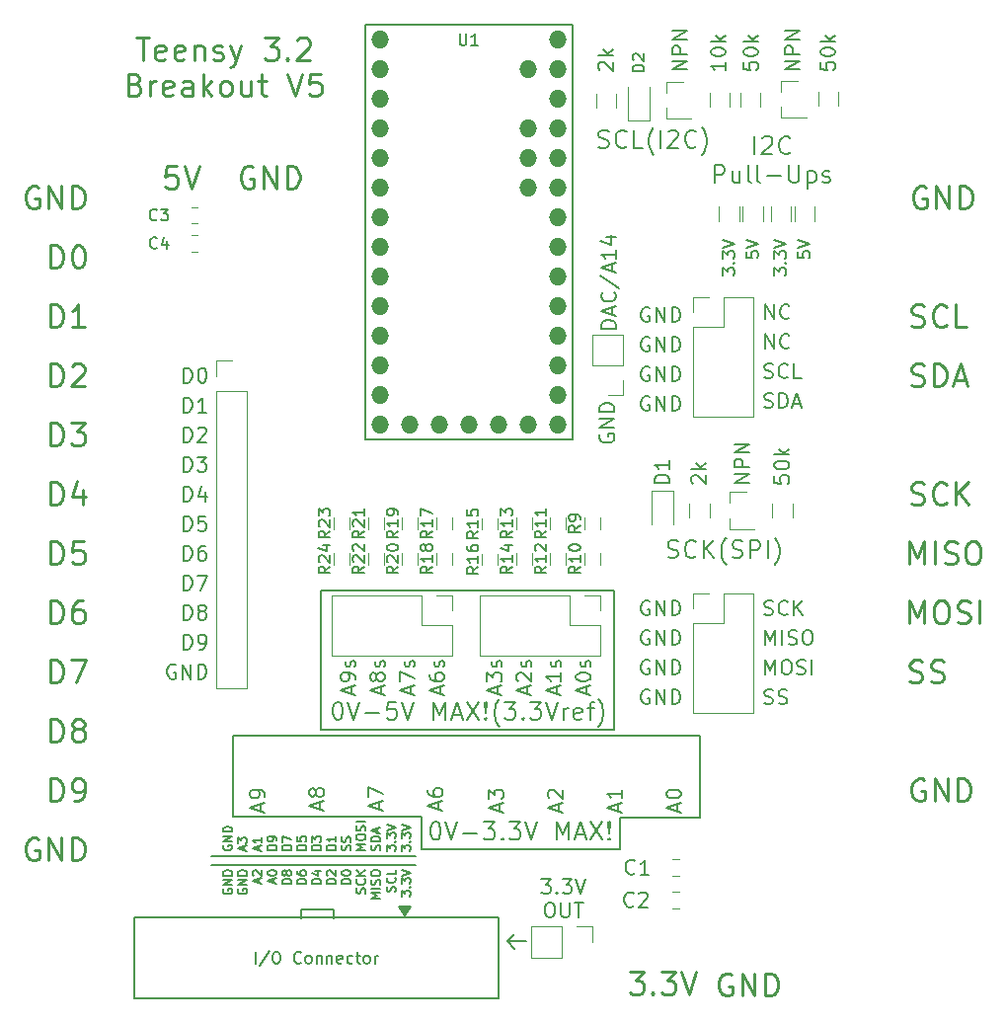
<source format=gbr>
G04 #@! TF.GenerationSoftware,KiCad,Pcbnew,(6.0.0)*
G04 #@! TF.CreationDate,2022-05-23T08:06:08-07:00*
G04 #@! TF.ProjectId,Teensy-Breakout-v4,5465656e-7379-42d4-9272-65616b6f7574,rev?*
G04 #@! TF.SameCoordinates,Original*
G04 #@! TF.FileFunction,Legend,Top*
G04 #@! TF.FilePolarity,Positive*
%FSLAX46Y46*%
G04 Gerber Fmt 4.6, Leading zero omitted, Abs format (unit mm)*
G04 Created by KiCad (PCBNEW (6.0.0)) date 2022-05-23 08:06:08*
%MOMM*%
%LPD*%
G01*
G04 APERTURE LIST*
%ADD10C,0.203200*%
%ADD11C,0.254000*%
%ADD12C,0.127000*%
%ADD13C,0.177800*%
%ADD14C,0.152400*%
%ADD15C,0.150000*%
%ADD16C,0.120000*%
%ADD17O,1.524000X1.524000*%
G04 APERTURE END LIST*
D10*
X114173000Y-129476500D02*
X96647000Y-129476500D01*
X114173000Y-130238500D02*
X96647000Y-130238500D01*
X98552000Y-126111000D02*
X98552000Y-119126000D01*
X138595100Y-119126000D02*
X138595100Y-126161800D01*
X106045000Y-106680000D02*
X131191000Y-106680000D01*
X131191000Y-106680000D02*
X131191000Y-118618000D01*
X131191000Y-118618000D02*
X106045000Y-118618000D01*
X106045000Y-118618000D02*
X106045000Y-106680000D01*
X114681000Y-128905000D02*
X114681000Y-126111000D01*
X131699000Y-128905000D02*
X114681000Y-128905000D01*
X114681000Y-126111000D02*
X98552000Y-126111000D01*
X131699000Y-126161800D02*
X131699000Y-128905000D01*
X98513900Y-119126000D02*
X138595100Y-119126000D01*
X138595100Y-126161800D02*
X131699000Y-126161800D01*
X122047000Y-136779000D02*
X122682000Y-137414000D01*
X122047000Y-136779000D02*
X122682000Y-136144000D01*
X123698000Y-136779000D02*
X122047000Y-136779000D01*
D11*
X156737957Y-99259571D02*
X157010100Y-99350285D01*
X157463671Y-99350285D01*
X157645100Y-99259571D01*
X157735814Y-99168857D01*
X157826528Y-98987428D01*
X157826528Y-98806000D01*
X157735814Y-98624571D01*
X157645100Y-98533857D01*
X157463671Y-98443142D01*
X157100814Y-98352428D01*
X156919385Y-98261714D01*
X156828671Y-98171000D01*
X156737957Y-97989571D01*
X156737957Y-97808142D01*
X156828671Y-97626714D01*
X156919385Y-97536000D01*
X157100814Y-97445285D01*
X157554385Y-97445285D01*
X157826528Y-97536000D01*
X159731528Y-99168857D02*
X159640814Y-99259571D01*
X159368671Y-99350285D01*
X159187242Y-99350285D01*
X158915100Y-99259571D01*
X158733671Y-99078142D01*
X158642957Y-98896714D01*
X158552242Y-98533857D01*
X158552242Y-98261714D01*
X158642957Y-97898857D01*
X158733671Y-97717428D01*
X158915100Y-97536000D01*
X159187242Y-97445285D01*
X159368671Y-97445285D01*
X159640814Y-97536000D01*
X159731528Y-97626714D01*
X160547957Y-99350285D02*
X160547957Y-97445285D01*
X161636528Y-99350285D02*
X160820100Y-98261714D01*
X161636528Y-97445285D02*
X160547957Y-98533857D01*
D10*
X129915920Y-68688857D02*
X130133634Y-68761428D01*
X130496491Y-68761428D01*
X130641634Y-68688857D01*
X130714205Y-68616285D01*
X130786777Y-68471142D01*
X130786777Y-68326000D01*
X130714205Y-68180857D01*
X130641634Y-68108285D01*
X130496491Y-68035714D01*
X130206205Y-67963142D01*
X130061062Y-67890571D01*
X129988491Y-67818000D01*
X129915920Y-67672857D01*
X129915920Y-67527714D01*
X129988491Y-67382571D01*
X130061062Y-67310000D01*
X130206205Y-67237428D01*
X130569062Y-67237428D01*
X130786777Y-67310000D01*
X132310777Y-68616285D02*
X132238205Y-68688857D01*
X132020491Y-68761428D01*
X131875348Y-68761428D01*
X131657634Y-68688857D01*
X131512491Y-68543714D01*
X131439920Y-68398571D01*
X131367348Y-68108285D01*
X131367348Y-67890571D01*
X131439920Y-67600285D01*
X131512491Y-67455142D01*
X131657634Y-67310000D01*
X131875348Y-67237428D01*
X132020491Y-67237428D01*
X132238205Y-67310000D01*
X132310777Y-67382571D01*
X133689634Y-68761428D02*
X132963920Y-68761428D01*
X132963920Y-67237428D01*
X134633062Y-69342000D02*
X134560491Y-69269428D01*
X134415348Y-69051714D01*
X134342777Y-68906571D01*
X134270205Y-68688857D01*
X134197634Y-68326000D01*
X134197634Y-68035714D01*
X134270205Y-67672857D01*
X134342777Y-67455142D01*
X134415348Y-67310000D01*
X134560491Y-67092285D01*
X134633062Y-67019714D01*
X135213634Y-68761428D02*
X135213634Y-67237428D01*
X135866777Y-67382571D02*
X135939348Y-67310000D01*
X136084491Y-67237428D01*
X136447348Y-67237428D01*
X136592491Y-67310000D01*
X136665062Y-67382571D01*
X136737634Y-67527714D01*
X136737634Y-67672857D01*
X136665062Y-67890571D01*
X135794205Y-68761428D01*
X136737634Y-68761428D01*
X138261634Y-68616285D02*
X138189062Y-68688857D01*
X137971348Y-68761428D01*
X137826205Y-68761428D01*
X137608491Y-68688857D01*
X137463348Y-68543714D01*
X137390777Y-68398571D01*
X137318205Y-68108285D01*
X137318205Y-67890571D01*
X137390777Y-67600285D01*
X137463348Y-67455142D01*
X137608491Y-67310000D01*
X137826205Y-67237428D01*
X137971348Y-67237428D01*
X138189062Y-67310000D01*
X138261634Y-67382571D01*
X138769634Y-69342000D02*
X138842205Y-69269428D01*
X138987348Y-69051714D01*
X139059920Y-68906571D01*
X139132491Y-68688857D01*
X139205062Y-68326000D01*
X139205062Y-68035714D01*
X139132491Y-67672857D01*
X139059920Y-67455142D01*
X138987348Y-67310000D01*
X138842205Y-67092285D01*
X138769634Y-67019714D01*
X135848634Y-103867857D02*
X136066348Y-103940428D01*
X136429205Y-103940428D01*
X136574348Y-103867857D01*
X136646920Y-103795285D01*
X136719491Y-103650142D01*
X136719491Y-103505000D01*
X136646920Y-103359857D01*
X136574348Y-103287285D01*
X136429205Y-103214714D01*
X136138920Y-103142142D01*
X135993777Y-103069571D01*
X135921205Y-102997000D01*
X135848634Y-102851857D01*
X135848634Y-102706714D01*
X135921205Y-102561571D01*
X135993777Y-102489000D01*
X136138920Y-102416428D01*
X136501777Y-102416428D01*
X136719491Y-102489000D01*
X138243491Y-103795285D02*
X138170920Y-103867857D01*
X137953205Y-103940428D01*
X137808062Y-103940428D01*
X137590348Y-103867857D01*
X137445205Y-103722714D01*
X137372634Y-103577571D01*
X137300062Y-103287285D01*
X137300062Y-103069571D01*
X137372634Y-102779285D01*
X137445205Y-102634142D01*
X137590348Y-102489000D01*
X137808062Y-102416428D01*
X137953205Y-102416428D01*
X138170920Y-102489000D01*
X138243491Y-102561571D01*
X138896634Y-103940428D02*
X138896634Y-102416428D01*
X139767491Y-103940428D02*
X139114348Y-103069571D01*
X139767491Y-102416428D02*
X138896634Y-103287285D01*
X140856062Y-104521000D02*
X140783491Y-104448428D01*
X140638348Y-104230714D01*
X140565777Y-104085571D01*
X140493205Y-103867857D01*
X140420634Y-103505000D01*
X140420634Y-103214714D01*
X140493205Y-102851857D01*
X140565777Y-102634142D01*
X140638348Y-102489000D01*
X140783491Y-102271285D01*
X140856062Y-102198714D01*
X141364062Y-103867857D02*
X141581777Y-103940428D01*
X141944634Y-103940428D01*
X142089777Y-103867857D01*
X142162348Y-103795285D01*
X142234920Y-103650142D01*
X142234920Y-103505000D01*
X142162348Y-103359857D01*
X142089777Y-103287285D01*
X141944634Y-103214714D01*
X141654348Y-103142142D01*
X141509205Y-103069571D01*
X141436634Y-102997000D01*
X141364062Y-102851857D01*
X141364062Y-102706714D01*
X141436634Y-102561571D01*
X141509205Y-102489000D01*
X141654348Y-102416428D01*
X142017205Y-102416428D01*
X142234920Y-102489000D01*
X142888062Y-103940428D02*
X142888062Y-102416428D01*
X143468634Y-102416428D01*
X143613777Y-102489000D01*
X143686348Y-102561571D01*
X143758920Y-102706714D01*
X143758920Y-102924428D01*
X143686348Y-103069571D01*
X143613777Y-103142142D01*
X143468634Y-103214714D01*
X142888062Y-103214714D01*
X144412062Y-103940428D02*
X144412062Y-102416428D01*
X144992634Y-104521000D02*
X145065205Y-104448428D01*
X145210348Y-104230714D01*
X145282920Y-104085571D01*
X145355491Y-103867857D01*
X145428062Y-103505000D01*
X145428062Y-103214714D01*
X145355491Y-102851857D01*
X145282920Y-102634142D01*
X145210348Y-102489000D01*
X145065205Y-102271285D01*
X144992634Y-102198714D01*
D11*
X132569857Y-139418785D02*
X133749142Y-139418785D01*
X133114142Y-140144500D01*
X133386285Y-140144500D01*
X133567714Y-140235214D01*
X133658428Y-140325928D01*
X133749142Y-140507357D01*
X133749142Y-140960928D01*
X133658428Y-141142357D01*
X133567714Y-141233071D01*
X133386285Y-141323785D01*
X132842000Y-141323785D01*
X132660571Y-141233071D01*
X132569857Y-141142357D01*
X134565571Y-141142357D02*
X134656285Y-141233071D01*
X134565571Y-141323785D01*
X134474857Y-141233071D01*
X134565571Y-141142357D01*
X134565571Y-141323785D01*
X135291285Y-139418785D02*
X136470571Y-139418785D01*
X135835571Y-140144500D01*
X136107714Y-140144500D01*
X136289142Y-140235214D01*
X136379857Y-140325928D01*
X136470571Y-140507357D01*
X136470571Y-140960928D01*
X136379857Y-141142357D01*
X136289142Y-141233071D01*
X136107714Y-141323785D01*
X135563428Y-141323785D01*
X135382000Y-141233071D01*
X135291285Y-141142357D01*
X137014857Y-139418785D02*
X137649857Y-141323785D01*
X138284857Y-139418785D01*
X141296571Y-139636500D02*
X141115142Y-139545785D01*
X140843000Y-139545785D01*
X140570857Y-139636500D01*
X140389428Y-139817928D01*
X140298714Y-139999357D01*
X140208000Y-140362214D01*
X140208000Y-140634357D01*
X140298714Y-140997214D01*
X140389428Y-141178642D01*
X140570857Y-141360071D01*
X140843000Y-141450785D01*
X141024428Y-141450785D01*
X141296571Y-141360071D01*
X141387285Y-141269357D01*
X141387285Y-140634357D01*
X141024428Y-140634357D01*
X142203714Y-141450785D02*
X142203714Y-139545785D01*
X143292285Y-141450785D01*
X143292285Y-139545785D01*
X144199428Y-141450785D02*
X144199428Y-139545785D01*
X144653000Y-139545785D01*
X144925142Y-139636500D01*
X145106571Y-139817928D01*
X145197285Y-139999357D01*
X145288000Y-140362214D01*
X145288000Y-140634357D01*
X145197285Y-140997214D01*
X145106571Y-141178642D01*
X144925142Y-141360071D01*
X144653000Y-141450785D01*
X144199428Y-141450785D01*
X90260714Y-59335760D02*
X91349285Y-59335760D01*
X90805000Y-61240760D02*
X90805000Y-59335760D01*
X92710000Y-61150046D02*
X92528571Y-61240760D01*
X92165714Y-61240760D01*
X91984285Y-61150046D01*
X91893571Y-60968617D01*
X91893571Y-60242903D01*
X91984285Y-60061475D01*
X92165714Y-59970760D01*
X92528571Y-59970760D01*
X92710000Y-60061475D01*
X92800714Y-60242903D01*
X92800714Y-60424332D01*
X91893571Y-60605760D01*
X94342857Y-61150046D02*
X94161428Y-61240760D01*
X93798571Y-61240760D01*
X93617142Y-61150046D01*
X93526428Y-60968617D01*
X93526428Y-60242903D01*
X93617142Y-60061475D01*
X93798571Y-59970760D01*
X94161428Y-59970760D01*
X94342857Y-60061475D01*
X94433571Y-60242903D01*
X94433571Y-60424332D01*
X93526428Y-60605760D01*
X95250000Y-59970760D02*
X95250000Y-61240760D01*
X95250000Y-60152189D02*
X95340714Y-60061475D01*
X95522142Y-59970760D01*
X95794285Y-59970760D01*
X95975714Y-60061475D01*
X96066428Y-60242903D01*
X96066428Y-61240760D01*
X96882857Y-61150046D02*
X97064285Y-61240760D01*
X97427142Y-61240760D01*
X97608571Y-61150046D01*
X97699285Y-60968617D01*
X97699285Y-60877903D01*
X97608571Y-60696475D01*
X97427142Y-60605760D01*
X97155000Y-60605760D01*
X96973571Y-60515046D01*
X96882857Y-60333617D01*
X96882857Y-60242903D01*
X96973571Y-60061475D01*
X97155000Y-59970760D01*
X97427142Y-59970760D01*
X97608571Y-60061475D01*
X98334285Y-59970760D02*
X98787857Y-61240760D01*
X99241428Y-59970760D02*
X98787857Y-61240760D01*
X98606428Y-61694332D01*
X98515714Y-61785046D01*
X98334285Y-61875760D01*
X101237142Y-59335760D02*
X102416428Y-59335760D01*
X101781428Y-60061475D01*
X102053571Y-60061475D01*
X102235000Y-60152189D01*
X102325714Y-60242903D01*
X102416428Y-60424332D01*
X102416428Y-60877903D01*
X102325714Y-61059332D01*
X102235000Y-61150046D01*
X102053571Y-61240760D01*
X101509285Y-61240760D01*
X101327857Y-61150046D01*
X101237142Y-61059332D01*
X103232857Y-61059332D02*
X103323571Y-61150046D01*
X103232857Y-61240760D01*
X103142142Y-61150046D01*
X103232857Y-61059332D01*
X103232857Y-61240760D01*
X104049285Y-59517189D02*
X104140000Y-59426475D01*
X104321428Y-59335760D01*
X104775000Y-59335760D01*
X104956428Y-59426475D01*
X105047142Y-59517189D01*
X105137857Y-59698617D01*
X105137857Y-59880046D01*
X105047142Y-60152189D01*
X103958571Y-61240760D01*
X105137857Y-61240760D01*
X90170000Y-63309953D02*
X90442142Y-63400667D01*
X90532857Y-63491382D01*
X90623571Y-63672810D01*
X90623571Y-63944953D01*
X90532857Y-64126382D01*
X90442142Y-64217096D01*
X90260714Y-64307810D01*
X89535000Y-64307810D01*
X89535000Y-62402810D01*
X90170000Y-62402810D01*
X90351428Y-62493525D01*
X90442142Y-62584239D01*
X90532857Y-62765667D01*
X90532857Y-62947096D01*
X90442142Y-63128525D01*
X90351428Y-63219239D01*
X90170000Y-63309953D01*
X89535000Y-63309953D01*
X91440000Y-64307810D02*
X91440000Y-63037810D01*
X91440000Y-63400667D02*
X91530714Y-63219239D01*
X91621428Y-63128525D01*
X91802857Y-63037810D01*
X91984285Y-63037810D01*
X93345000Y-64217096D02*
X93163571Y-64307810D01*
X92800714Y-64307810D01*
X92619285Y-64217096D01*
X92528571Y-64035667D01*
X92528571Y-63309953D01*
X92619285Y-63128525D01*
X92800714Y-63037810D01*
X93163571Y-63037810D01*
X93345000Y-63128525D01*
X93435714Y-63309953D01*
X93435714Y-63491382D01*
X92528571Y-63672810D01*
X95068571Y-64307810D02*
X95068571Y-63309953D01*
X94977857Y-63128525D01*
X94796428Y-63037810D01*
X94433571Y-63037810D01*
X94252142Y-63128525D01*
X95068571Y-64217096D02*
X94887142Y-64307810D01*
X94433571Y-64307810D01*
X94252142Y-64217096D01*
X94161428Y-64035667D01*
X94161428Y-63854239D01*
X94252142Y-63672810D01*
X94433571Y-63582096D01*
X94887142Y-63582096D01*
X95068571Y-63491382D01*
X95975714Y-64307810D02*
X95975714Y-62402810D01*
X96157142Y-63582096D02*
X96701428Y-64307810D01*
X96701428Y-63037810D02*
X95975714Y-63763525D01*
X97790000Y-64307810D02*
X97608571Y-64217096D01*
X97517857Y-64126382D01*
X97427142Y-63944953D01*
X97427142Y-63400667D01*
X97517857Y-63219239D01*
X97608571Y-63128525D01*
X97790000Y-63037810D01*
X98062142Y-63037810D01*
X98243571Y-63128525D01*
X98334285Y-63219239D01*
X98425000Y-63400667D01*
X98425000Y-63944953D01*
X98334285Y-64126382D01*
X98243571Y-64217096D01*
X98062142Y-64307810D01*
X97790000Y-64307810D01*
X100057857Y-63037810D02*
X100057857Y-64307810D01*
X99241428Y-63037810D02*
X99241428Y-64035667D01*
X99332142Y-64217096D01*
X99513571Y-64307810D01*
X99785714Y-64307810D01*
X99967142Y-64217096D01*
X100057857Y-64126382D01*
X100692857Y-63037810D02*
X101418571Y-63037810D01*
X100965000Y-62402810D02*
X100965000Y-64035667D01*
X101055714Y-64217096D01*
X101237142Y-64307810D01*
X101418571Y-64307810D01*
X103232857Y-62402810D02*
X103867857Y-64307810D01*
X104502857Y-62402810D01*
X106045000Y-62402810D02*
X105137857Y-62402810D01*
X105047142Y-63309953D01*
X105137857Y-63219239D01*
X105319285Y-63128525D01*
X105772857Y-63128525D01*
X105954285Y-63219239D01*
X106045000Y-63309953D01*
X106135714Y-63491382D01*
X106135714Y-63944953D01*
X106045000Y-64126382D01*
X105954285Y-64217096D01*
X105772857Y-64307810D01*
X105319285Y-64307810D01*
X105137857Y-64217096D01*
X105047142Y-64126382D01*
X156737957Y-84019571D02*
X157010100Y-84110285D01*
X157463671Y-84110285D01*
X157645100Y-84019571D01*
X157735814Y-83928857D01*
X157826528Y-83747428D01*
X157826528Y-83566000D01*
X157735814Y-83384571D01*
X157645100Y-83293857D01*
X157463671Y-83203142D01*
X157100814Y-83112428D01*
X156919385Y-83021714D01*
X156828671Y-82931000D01*
X156737957Y-82749571D01*
X156737957Y-82568142D01*
X156828671Y-82386714D01*
X156919385Y-82296000D01*
X157100814Y-82205285D01*
X157554385Y-82205285D01*
X157826528Y-82296000D01*
X159731528Y-83928857D02*
X159640814Y-84019571D01*
X159368671Y-84110285D01*
X159187242Y-84110285D01*
X158915100Y-84019571D01*
X158733671Y-83838142D01*
X158642957Y-83656714D01*
X158552242Y-83293857D01*
X158552242Y-83021714D01*
X158642957Y-82658857D01*
X158733671Y-82477428D01*
X158915100Y-82296000D01*
X159187242Y-82205285D01*
X159368671Y-82205285D01*
X159640814Y-82296000D01*
X159731528Y-82386714D01*
X161455100Y-84110285D02*
X160547957Y-84110285D01*
X160547957Y-82205285D01*
X156589185Y-104430285D02*
X156589185Y-102525285D01*
X157224185Y-103886000D01*
X157859185Y-102525285D01*
X157859185Y-104430285D01*
X158766328Y-104430285D02*
X158766328Y-102525285D01*
X159582757Y-104339571D02*
X159854900Y-104430285D01*
X160308471Y-104430285D01*
X160489900Y-104339571D01*
X160580614Y-104248857D01*
X160671328Y-104067428D01*
X160671328Y-103886000D01*
X160580614Y-103704571D01*
X160489900Y-103613857D01*
X160308471Y-103523142D01*
X159945614Y-103432428D01*
X159764185Y-103341714D01*
X159673471Y-103251000D01*
X159582757Y-103069571D01*
X159582757Y-102888142D01*
X159673471Y-102706714D01*
X159764185Y-102616000D01*
X159945614Y-102525285D01*
X160399185Y-102525285D01*
X160671328Y-102616000D01*
X161850614Y-102525285D02*
X162213471Y-102525285D01*
X162394900Y-102616000D01*
X162576328Y-102797428D01*
X162667042Y-103160285D01*
X162667042Y-103795285D01*
X162576328Y-104158142D01*
X162394900Y-104339571D01*
X162213471Y-104430285D01*
X161850614Y-104430285D01*
X161669185Y-104339571D01*
X161487757Y-104158142D01*
X161397042Y-103795285D01*
X161397042Y-103160285D01*
X161487757Y-102797428D01*
X161669185Y-102616000D01*
X161850614Y-102525285D01*
X156737957Y-89099571D02*
X157010100Y-89190285D01*
X157463671Y-89190285D01*
X157645100Y-89099571D01*
X157735814Y-89008857D01*
X157826528Y-88827428D01*
X157826528Y-88646000D01*
X157735814Y-88464571D01*
X157645100Y-88373857D01*
X157463671Y-88283142D01*
X157100814Y-88192428D01*
X156919385Y-88101714D01*
X156828671Y-88011000D01*
X156737957Y-87829571D01*
X156737957Y-87648142D01*
X156828671Y-87466714D01*
X156919385Y-87376000D01*
X157100814Y-87285285D01*
X157554385Y-87285285D01*
X157826528Y-87376000D01*
X158642957Y-89190285D02*
X158642957Y-87285285D01*
X159096528Y-87285285D01*
X159368671Y-87376000D01*
X159550100Y-87557428D01*
X159640814Y-87738857D01*
X159731528Y-88101714D01*
X159731528Y-88373857D01*
X159640814Y-88736714D01*
X159550100Y-88918142D01*
X159368671Y-89099571D01*
X159096528Y-89190285D01*
X158642957Y-89190285D01*
X160457242Y-88646000D02*
X161364385Y-88646000D01*
X160275814Y-89190285D02*
X160910814Y-87285285D01*
X161545814Y-89190285D01*
X156589185Y-114499571D02*
X156861328Y-114590285D01*
X157314900Y-114590285D01*
X157496328Y-114499571D01*
X157587042Y-114408857D01*
X157677757Y-114227428D01*
X157677757Y-114046000D01*
X157587042Y-113864571D01*
X157496328Y-113773857D01*
X157314900Y-113683142D01*
X156952042Y-113592428D01*
X156770614Y-113501714D01*
X156679900Y-113411000D01*
X156589185Y-113229571D01*
X156589185Y-113048142D01*
X156679900Y-112866714D01*
X156770614Y-112776000D01*
X156952042Y-112685285D01*
X157405614Y-112685285D01*
X157677757Y-112776000D01*
X158403471Y-114499571D02*
X158675614Y-114590285D01*
X159129185Y-114590285D01*
X159310614Y-114499571D01*
X159401328Y-114408857D01*
X159492042Y-114227428D01*
X159492042Y-114046000D01*
X159401328Y-113864571D01*
X159310614Y-113773857D01*
X159129185Y-113683142D01*
X158766328Y-113592428D01*
X158584900Y-113501714D01*
X158494185Y-113411000D01*
X158403471Y-113229571D01*
X158403471Y-113048142D01*
X158494185Y-112866714D01*
X158584900Y-112776000D01*
X158766328Y-112685285D01*
X159219900Y-112685285D01*
X159492042Y-112776000D01*
X82929185Y-124750285D02*
X82929185Y-122845285D01*
X83382757Y-122845285D01*
X83654900Y-122936000D01*
X83836328Y-123117428D01*
X83927042Y-123298857D01*
X84017757Y-123661714D01*
X84017757Y-123933857D01*
X83927042Y-124296714D01*
X83836328Y-124478142D01*
X83654900Y-124659571D01*
X83382757Y-124750285D01*
X82929185Y-124750285D01*
X84924900Y-124750285D02*
X85287757Y-124750285D01*
X85469185Y-124659571D01*
X85559900Y-124568857D01*
X85741328Y-124296714D01*
X85832042Y-123933857D01*
X85832042Y-123208142D01*
X85741328Y-123026714D01*
X85650614Y-122936000D01*
X85469185Y-122845285D01*
X85106328Y-122845285D01*
X84924900Y-122936000D01*
X84834185Y-123026714D01*
X84743471Y-123208142D01*
X84743471Y-123661714D01*
X84834185Y-123843142D01*
X84924900Y-123933857D01*
X85106328Y-124024571D01*
X85469185Y-124024571D01*
X85650614Y-123933857D01*
X85741328Y-123843142D01*
X85832042Y-123661714D01*
X82929185Y-119670285D02*
X82929185Y-117765285D01*
X83382757Y-117765285D01*
X83654900Y-117856000D01*
X83836328Y-118037428D01*
X83927042Y-118218857D01*
X84017757Y-118581714D01*
X84017757Y-118853857D01*
X83927042Y-119216714D01*
X83836328Y-119398142D01*
X83654900Y-119579571D01*
X83382757Y-119670285D01*
X82929185Y-119670285D01*
X85106328Y-118581714D02*
X84924900Y-118491000D01*
X84834185Y-118400285D01*
X84743471Y-118218857D01*
X84743471Y-118128142D01*
X84834185Y-117946714D01*
X84924900Y-117856000D01*
X85106328Y-117765285D01*
X85469185Y-117765285D01*
X85650614Y-117856000D01*
X85741328Y-117946714D01*
X85832042Y-118128142D01*
X85832042Y-118218857D01*
X85741328Y-118400285D01*
X85650614Y-118491000D01*
X85469185Y-118581714D01*
X85106328Y-118581714D01*
X84924900Y-118672428D01*
X84834185Y-118763142D01*
X84743471Y-118944571D01*
X84743471Y-119307428D01*
X84834185Y-119488857D01*
X84924900Y-119579571D01*
X85106328Y-119670285D01*
X85469185Y-119670285D01*
X85650614Y-119579571D01*
X85741328Y-119488857D01*
X85832042Y-119307428D01*
X85832042Y-118944571D01*
X85741328Y-118763142D01*
X85650614Y-118672428D01*
X85469185Y-118581714D01*
X82929185Y-114590285D02*
X82929185Y-112685285D01*
X83382757Y-112685285D01*
X83654900Y-112776000D01*
X83836328Y-112957428D01*
X83927042Y-113138857D01*
X84017757Y-113501714D01*
X84017757Y-113773857D01*
X83927042Y-114136714D01*
X83836328Y-114318142D01*
X83654900Y-114499571D01*
X83382757Y-114590285D01*
X82929185Y-114590285D01*
X84652757Y-112685285D02*
X85922757Y-112685285D01*
X85106328Y-114590285D01*
X82929185Y-109510285D02*
X82929185Y-107605285D01*
X83382757Y-107605285D01*
X83654900Y-107696000D01*
X83836328Y-107877428D01*
X83927042Y-108058857D01*
X84017757Y-108421714D01*
X84017757Y-108693857D01*
X83927042Y-109056714D01*
X83836328Y-109238142D01*
X83654900Y-109419571D01*
X83382757Y-109510285D01*
X82929185Y-109510285D01*
X85650614Y-107605285D02*
X85287757Y-107605285D01*
X85106328Y-107696000D01*
X85015614Y-107786714D01*
X84834185Y-108058857D01*
X84743471Y-108421714D01*
X84743471Y-109147428D01*
X84834185Y-109328857D01*
X84924900Y-109419571D01*
X85106328Y-109510285D01*
X85469185Y-109510285D01*
X85650614Y-109419571D01*
X85741328Y-109328857D01*
X85832042Y-109147428D01*
X85832042Y-108693857D01*
X85741328Y-108512428D01*
X85650614Y-108421714D01*
X85469185Y-108331000D01*
X85106328Y-108331000D01*
X84924900Y-108421714D01*
X84834185Y-108512428D01*
X84743471Y-108693857D01*
X82929185Y-104430285D02*
X82929185Y-102525285D01*
X83382757Y-102525285D01*
X83654900Y-102616000D01*
X83836328Y-102797428D01*
X83927042Y-102978857D01*
X84017757Y-103341714D01*
X84017757Y-103613857D01*
X83927042Y-103976714D01*
X83836328Y-104158142D01*
X83654900Y-104339571D01*
X83382757Y-104430285D01*
X82929185Y-104430285D01*
X85741328Y-102525285D02*
X84834185Y-102525285D01*
X84743471Y-103432428D01*
X84834185Y-103341714D01*
X85015614Y-103251000D01*
X85469185Y-103251000D01*
X85650614Y-103341714D01*
X85741328Y-103432428D01*
X85832042Y-103613857D01*
X85832042Y-104067428D01*
X85741328Y-104248857D01*
X85650614Y-104339571D01*
X85469185Y-104430285D01*
X85015614Y-104430285D01*
X84834185Y-104339571D01*
X84743471Y-104248857D01*
X82929185Y-99350285D02*
X82929185Y-97445285D01*
X83382757Y-97445285D01*
X83654900Y-97536000D01*
X83836328Y-97717428D01*
X83927042Y-97898857D01*
X84017757Y-98261714D01*
X84017757Y-98533857D01*
X83927042Y-98896714D01*
X83836328Y-99078142D01*
X83654900Y-99259571D01*
X83382757Y-99350285D01*
X82929185Y-99350285D01*
X85650614Y-98080285D02*
X85650614Y-99350285D01*
X85197042Y-97354571D02*
X84743471Y-98715285D01*
X85922757Y-98715285D01*
X82929185Y-94270285D02*
X82929185Y-92365285D01*
X83382757Y-92365285D01*
X83654900Y-92456000D01*
X83836328Y-92637428D01*
X83927042Y-92818857D01*
X84017757Y-93181714D01*
X84017757Y-93453857D01*
X83927042Y-93816714D01*
X83836328Y-93998142D01*
X83654900Y-94179571D01*
X83382757Y-94270285D01*
X82929185Y-94270285D01*
X84652757Y-92365285D02*
X85832042Y-92365285D01*
X85197042Y-93091000D01*
X85469185Y-93091000D01*
X85650614Y-93181714D01*
X85741328Y-93272428D01*
X85832042Y-93453857D01*
X85832042Y-93907428D01*
X85741328Y-94088857D01*
X85650614Y-94179571D01*
X85469185Y-94270285D01*
X84924900Y-94270285D01*
X84743471Y-94179571D01*
X84652757Y-94088857D01*
X82929185Y-89190285D02*
X82929185Y-87285285D01*
X83382757Y-87285285D01*
X83654900Y-87376000D01*
X83836328Y-87557428D01*
X83927042Y-87738857D01*
X84017757Y-88101714D01*
X84017757Y-88373857D01*
X83927042Y-88736714D01*
X83836328Y-88918142D01*
X83654900Y-89099571D01*
X83382757Y-89190285D01*
X82929185Y-89190285D01*
X84743471Y-87466714D02*
X84834185Y-87376000D01*
X85015614Y-87285285D01*
X85469185Y-87285285D01*
X85650614Y-87376000D01*
X85741328Y-87466714D01*
X85832042Y-87648142D01*
X85832042Y-87829571D01*
X85741328Y-88101714D01*
X84652757Y-89190285D01*
X85832042Y-89190285D01*
X82929185Y-84110285D02*
X82929185Y-82205285D01*
X83382757Y-82205285D01*
X83654900Y-82296000D01*
X83836328Y-82477428D01*
X83927042Y-82658857D01*
X84017757Y-83021714D01*
X84017757Y-83293857D01*
X83927042Y-83656714D01*
X83836328Y-83838142D01*
X83654900Y-84019571D01*
X83382757Y-84110285D01*
X82929185Y-84110285D01*
X85832042Y-84110285D02*
X84743471Y-84110285D01*
X85287757Y-84110285D02*
X85287757Y-82205285D01*
X85106328Y-82477428D01*
X84924900Y-82658857D01*
X84743471Y-82749571D01*
X82929185Y-79030285D02*
X82929185Y-77125285D01*
X83382757Y-77125285D01*
X83654900Y-77216000D01*
X83836328Y-77397428D01*
X83927042Y-77578857D01*
X84017757Y-77941714D01*
X84017757Y-78213857D01*
X83927042Y-78576714D01*
X83836328Y-78758142D01*
X83654900Y-78939571D01*
X83382757Y-79030285D01*
X82929185Y-79030285D01*
X85197042Y-77125285D02*
X85378471Y-77125285D01*
X85559900Y-77216000D01*
X85650614Y-77306714D01*
X85741328Y-77488142D01*
X85832042Y-77851000D01*
X85832042Y-78304571D01*
X85741328Y-78667428D01*
X85650614Y-78848857D01*
X85559900Y-78939571D01*
X85378471Y-79030285D01*
X85197042Y-79030285D01*
X85015614Y-78939571D01*
X84924900Y-78848857D01*
X84834185Y-78667428D01*
X84743471Y-78304571D01*
X84743471Y-77851000D01*
X84834185Y-77488142D01*
X84924900Y-77306714D01*
X85015614Y-77216000D01*
X85197042Y-77125285D01*
D10*
X144137984Y-108781547D02*
X144319413Y-108842023D01*
X144621794Y-108842023D01*
X144742746Y-108781547D01*
X144803222Y-108721071D01*
X144863699Y-108600119D01*
X144863699Y-108479166D01*
X144803222Y-108358214D01*
X144742746Y-108297738D01*
X144621794Y-108237261D01*
X144379889Y-108176785D01*
X144258937Y-108116309D01*
X144198460Y-108055833D01*
X144137984Y-107934880D01*
X144137984Y-107813928D01*
X144198460Y-107692976D01*
X144258937Y-107632500D01*
X144379889Y-107572023D01*
X144682270Y-107572023D01*
X144863699Y-107632500D01*
X146133699Y-108721071D02*
X146073222Y-108781547D01*
X145891794Y-108842023D01*
X145770841Y-108842023D01*
X145589413Y-108781547D01*
X145468460Y-108660595D01*
X145407984Y-108539642D01*
X145347508Y-108297738D01*
X145347508Y-108116309D01*
X145407984Y-107874404D01*
X145468460Y-107753452D01*
X145589413Y-107632500D01*
X145770841Y-107572023D01*
X145891794Y-107572023D01*
X146073222Y-107632500D01*
X146133699Y-107692976D01*
X146677984Y-108842023D02*
X146677984Y-107572023D01*
X147403699Y-108842023D02*
X146859413Y-108116309D01*
X147403699Y-107572023D02*
X146677984Y-108297738D01*
X128862666Y-115577015D02*
X128862666Y-114972253D01*
X129225523Y-115697967D02*
X127955523Y-115274634D01*
X129225523Y-114851300D01*
X127955523Y-114186062D02*
X127955523Y-114065110D01*
X128016000Y-113944158D01*
X128076476Y-113883681D01*
X128197428Y-113823205D01*
X128439333Y-113762729D01*
X128741714Y-113762729D01*
X128983619Y-113823205D01*
X129104571Y-113883681D01*
X129165047Y-113944158D01*
X129225523Y-114065110D01*
X129225523Y-114186062D01*
X129165047Y-114307015D01*
X129104571Y-114367491D01*
X128983619Y-114427967D01*
X128741714Y-114488443D01*
X128439333Y-114488443D01*
X128197428Y-114427967D01*
X128076476Y-114367491D01*
X128016000Y-114307015D01*
X127955523Y-114186062D01*
X129165047Y-113278920D02*
X129225523Y-113157967D01*
X129225523Y-112916062D01*
X129165047Y-112795110D01*
X129044095Y-112734634D01*
X128983619Y-112734634D01*
X128862666Y-112795110D01*
X128802190Y-112916062D01*
X128802190Y-113097491D01*
X128741714Y-113218443D01*
X128620761Y-113278920D01*
X128560285Y-113278920D01*
X128439333Y-113218443D01*
X128378857Y-113097491D01*
X128378857Y-112916062D01*
X128439333Y-112795110D01*
X126322666Y-115577015D02*
X126322666Y-114972253D01*
X126685523Y-115697967D02*
X125415523Y-115274634D01*
X126685523Y-114851300D01*
X126685523Y-113762729D02*
X126685523Y-114488443D01*
X126685523Y-114125586D02*
X125415523Y-114125586D01*
X125596952Y-114246539D01*
X125717904Y-114367491D01*
X125778380Y-114488443D01*
X126625047Y-113278920D02*
X126685523Y-113157967D01*
X126685523Y-112916062D01*
X126625047Y-112795110D01*
X126504095Y-112734634D01*
X126443619Y-112734634D01*
X126322666Y-112795110D01*
X126262190Y-112916062D01*
X126262190Y-113097491D01*
X126201714Y-113218443D01*
X126080761Y-113278920D01*
X126020285Y-113278920D01*
X125899333Y-113218443D01*
X125838857Y-113097491D01*
X125838857Y-112916062D01*
X125899333Y-112795110D01*
X123782666Y-115577015D02*
X123782666Y-114972253D01*
X124145523Y-115697967D02*
X122875523Y-115274634D01*
X124145523Y-114851300D01*
X122996476Y-114488443D02*
X122936000Y-114427967D01*
X122875523Y-114307015D01*
X122875523Y-114004634D01*
X122936000Y-113883681D01*
X122996476Y-113823205D01*
X123117428Y-113762729D01*
X123238380Y-113762729D01*
X123419809Y-113823205D01*
X124145523Y-114548920D01*
X124145523Y-113762729D01*
X124085047Y-113278920D02*
X124145523Y-113157967D01*
X124145523Y-112916062D01*
X124085047Y-112795110D01*
X123964095Y-112734634D01*
X123903619Y-112734634D01*
X123782666Y-112795110D01*
X123722190Y-112916062D01*
X123722190Y-113097491D01*
X123661714Y-113218443D01*
X123540761Y-113278920D01*
X123480285Y-113278920D01*
X123359333Y-113218443D01*
X123298857Y-113097491D01*
X123298857Y-112916062D01*
X123359333Y-112795110D01*
X121242666Y-115577015D02*
X121242666Y-114972253D01*
X121605523Y-115697967D02*
X120335523Y-115274634D01*
X121605523Y-114851300D01*
X120335523Y-114548920D02*
X120335523Y-113762729D01*
X120819333Y-114186062D01*
X120819333Y-114004634D01*
X120879809Y-113883681D01*
X120940285Y-113823205D01*
X121061238Y-113762729D01*
X121363619Y-113762729D01*
X121484571Y-113823205D01*
X121545047Y-113883681D01*
X121605523Y-114004634D01*
X121605523Y-114367491D01*
X121545047Y-114488443D01*
X121484571Y-114548920D01*
X121545047Y-113278920D02*
X121605523Y-113157967D01*
X121605523Y-112916062D01*
X121545047Y-112795110D01*
X121424095Y-112734634D01*
X121363619Y-112734634D01*
X121242666Y-112795110D01*
X121182190Y-112916062D01*
X121182190Y-113097491D01*
X121121714Y-113218443D01*
X121000761Y-113278920D01*
X120940285Y-113278920D01*
X120819333Y-113218443D01*
X120758857Y-113097491D01*
X120758857Y-112916062D01*
X120819333Y-112795110D01*
X144137984Y-91001547D02*
X144319413Y-91062023D01*
X144621794Y-91062023D01*
X144742746Y-91001547D01*
X144803222Y-90941071D01*
X144863699Y-90820119D01*
X144863699Y-90699166D01*
X144803222Y-90578214D01*
X144742746Y-90517738D01*
X144621794Y-90457261D01*
X144379889Y-90396785D01*
X144258937Y-90336309D01*
X144198460Y-90275833D01*
X144137984Y-90154880D01*
X144137984Y-90033928D01*
X144198460Y-89912976D01*
X144258937Y-89852500D01*
X144379889Y-89792023D01*
X144682270Y-89792023D01*
X144863699Y-89852500D01*
X145407984Y-91062023D02*
X145407984Y-89792023D01*
X145710365Y-89792023D01*
X145891794Y-89852500D01*
X146012746Y-89973452D01*
X146073222Y-90094404D01*
X146133699Y-90336309D01*
X146133699Y-90517738D01*
X146073222Y-90759642D01*
X146012746Y-90880595D01*
X145891794Y-91001547D01*
X145710365Y-91062023D01*
X145407984Y-91062023D01*
X146617508Y-90699166D02*
X147222270Y-90699166D01*
X146496556Y-91062023D02*
X146919889Y-89792023D01*
X147343222Y-91062023D01*
X144137984Y-88461547D02*
X144319413Y-88522023D01*
X144621794Y-88522023D01*
X144742746Y-88461547D01*
X144803222Y-88401071D01*
X144863699Y-88280119D01*
X144863699Y-88159166D01*
X144803222Y-88038214D01*
X144742746Y-87977738D01*
X144621794Y-87917261D01*
X144379889Y-87856785D01*
X144258937Y-87796309D01*
X144198460Y-87735833D01*
X144137984Y-87614880D01*
X144137984Y-87493928D01*
X144198460Y-87372976D01*
X144258937Y-87312500D01*
X144379889Y-87252023D01*
X144682270Y-87252023D01*
X144863699Y-87312500D01*
X146133699Y-88401071D02*
X146073222Y-88461547D01*
X145891794Y-88522023D01*
X145770841Y-88522023D01*
X145589413Y-88461547D01*
X145468460Y-88340595D01*
X145407984Y-88219642D01*
X145347508Y-87977738D01*
X145347508Y-87796309D01*
X145407984Y-87554404D01*
X145468460Y-87433452D01*
X145589413Y-87312500D01*
X145770841Y-87252023D01*
X145891794Y-87252023D01*
X146073222Y-87312500D01*
X146133699Y-87372976D01*
X147282746Y-88522023D02*
X146677984Y-88522023D01*
X146677984Y-87252023D01*
X94337777Y-88903023D02*
X94337777Y-87633023D01*
X94640158Y-87633023D01*
X94821586Y-87693500D01*
X94942539Y-87814452D01*
X95003015Y-87935404D01*
X95063491Y-88177309D01*
X95063491Y-88358738D01*
X95003015Y-88600642D01*
X94942539Y-88721595D01*
X94821586Y-88842547D01*
X94640158Y-88903023D01*
X94337777Y-88903023D01*
X95849681Y-87633023D02*
X95970634Y-87633023D01*
X96091586Y-87693500D01*
X96152062Y-87753976D01*
X96212539Y-87874928D01*
X96273015Y-88116833D01*
X96273015Y-88419214D01*
X96212539Y-88661119D01*
X96152062Y-88782071D01*
X96091586Y-88842547D01*
X95970634Y-88903023D01*
X95849681Y-88903023D01*
X95728729Y-88842547D01*
X95668253Y-88782071D01*
X95607777Y-88661119D01*
X95547300Y-88419214D01*
X95547300Y-88116833D01*
X95607777Y-87874928D01*
X95668253Y-87753976D01*
X95728729Y-87693500D01*
X95849681Y-87633023D01*
X94337777Y-91443023D02*
X94337777Y-90173023D01*
X94640158Y-90173023D01*
X94821586Y-90233500D01*
X94942539Y-90354452D01*
X95003015Y-90475404D01*
X95063491Y-90717309D01*
X95063491Y-90898738D01*
X95003015Y-91140642D01*
X94942539Y-91261595D01*
X94821586Y-91382547D01*
X94640158Y-91443023D01*
X94337777Y-91443023D01*
X96273015Y-91443023D02*
X95547300Y-91443023D01*
X95910158Y-91443023D02*
X95910158Y-90173023D01*
X95789205Y-90354452D01*
X95668253Y-90475404D01*
X95547300Y-90535880D01*
X94337777Y-93983023D02*
X94337777Y-92713023D01*
X94640158Y-92713023D01*
X94821586Y-92773500D01*
X94942539Y-92894452D01*
X95003015Y-93015404D01*
X95063491Y-93257309D01*
X95063491Y-93438738D01*
X95003015Y-93680642D01*
X94942539Y-93801595D01*
X94821586Y-93922547D01*
X94640158Y-93983023D01*
X94337777Y-93983023D01*
X95547300Y-92833976D02*
X95607777Y-92773500D01*
X95728729Y-92713023D01*
X96031110Y-92713023D01*
X96152062Y-92773500D01*
X96212539Y-92833976D01*
X96273015Y-92954928D01*
X96273015Y-93075880D01*
X96212539Y-93257309D01*
X95486824Y-93983023D01*
X96273015Y-93983023D01*
X94337777Y-96523023D02*
X94337777Y-95253023D01*
X94640158Y-95253023D01*
X94821586Y-95313500D01*
X94942539Y-95434452D01*
X95003015Y-95555404D01*
X95063491Y-95797309D01*
X95063491Y-95978738D01*
X95003015Y-96220642D01*
X94942539Y-96341595D01*
X94821586Y-96462547D01*
X94640158Y-96523023D01*
X94337777Y-96523023D01*
X95486824Y-95253023D02*
X96273015Y-95253023D01*
X95849681Y-95736833D01*
X96031110Y-95736833D01*
X96152062Y-95797309D01*
X96212539Y-95857785D01*
X96273015Y-95978738D01*
X96273015Y-96281119D01*
X96212539Y-96402071D01*
X96152062Y-96462547D01*
X96031110Y-96523023D01*
X95668253Y-96523023D01*
X95547300Y-96462547D01*
X95486824Y-96402071D01*
X94337777Y-99063023D02*
X94337777Y-97793023D01*
X94640158Y-97793023D01*
X94821586Y-97853500D01*
X94942539Y-97974452D01*
X95003015Y-98095404D01*
X95063491Y-98337309D01*
X95063491Y-98518738D01*
X95003015Y-98760642D01*
X94942539Y-98881595D01*
X94821586Y-99002547D01*
X94640158Y-99063023D01*
X94337777Y-99063023D01*
X96152062Y-98216357D02*
X96152062Y-99063023D01*
X95849681Y-97732547D02*
X95547300Y-98639690D01*
X96333491Y-98639690D01*
X94337777Y-101603023D02*
X94337777Y-100333023D01*
X94640158Y-100333023D01*
X94821586Y-100393500D01*
X94942539Y-100514452D01*
X95003015Y-100635404D01*
X95063491Y-100877309D01*
X95063491Y-101058738D01*
X95003015Y-101300642D01*
X94942539Y-101421595D01*
X94821586Y-101542547D01*
X94640158Y-101603023D01*
X94337777Y-101603023D01*
X96212539Y-100333023D02*
X95607777Y-100333023D01*
X95547300Y-100937785D01*
X95607777Y-100877309D01*
X95728729Y-100816833D01*
X96031110Y-100816833D01*
X96152062Y-100877309D01*
X96212539Y-100937785D01*
X96273015Y-101058738D01*
X96273015Y-101361119D01*
X96212539Y-101482071D01*
X96152062Y-101542547D01*
X96031110Y-101603023D01*
X95728729Y-101603023D01*
X95607777Y-101542547D01*
X95547300Y-101482071D01*
X94337777Y-104143023D02*
X94337777Y-102873023D01*
X94640158Y-102873023D01*
X94821586Y-102933500D01*
X94942539Y-103054452D01*
X95003015Y-103175404D01*
X95063491Y-103417309D01*
X95063491Y-103598738D01*
X95003015Y-103840642D01*
X94942539Y-103961595D01*
X94821586Y-104082547D01*
X94640158Y-104143023D01*
X94337777Y-104143023D01*
X96152062Y-102873023D02*
X95910158Y-102873023D01*
X95789205Y-102933500D01*
X95728729Y-102993976D01*
X95607777Y-103175404D01*
X95547300Y-103417309D01*
X95547300Y-103901119D01*
X95607777Y-104022071D01*
X95668253Y-104082547D01*
X95789205Y-104143023D01*
X96031110Y-104143023D01*
X96152062Y-104082547D01*
X96212539Y-104022071D01*
X96273015Y-103901119D01*
X96273015Y-103598738D01*
X96212539Y-103477785D01*
X96152062Y-103417309D01*
X96031110Y-103356833D01*
X95789205Y-103356833D01*
X95668253Y-103417309D01*
X95607777Y-103477785D01*
X95547300Y-103598738D01*
X94337777Y-106683023D02*
X94337777Y-105413023D01*
X94640158Y-105413023D01*
X94821586Y-105473500D01*
X94942539Y-105594452D01*
X95003015Y-105715404D01*
X95063491Y-105957309D01*
X95063491Y-106138738D01*
X95003015Y-106380642D01*
X94942539Y-106501595D01*
X94821586Y-106622547D01*
X94640158Y-106683023D01*
X94337777Y-106683023D01*
X95486824Y-105413023D02*
X96333491Y-105413023D01*
X95789205Y-106683023D01*
X94337777Y-109223023D02*
X94337777Y-107953023D01*
X94640158Y-107953023D01*
X94821586Y-108013500D01*
X94942539Y-108134452D01*
X95003015Y-108255404D01*
X95063491Y-108497309D01*
X95063491Y-108678738D01*
X95003015Y-108920642D01*
X94942539Y-109041595D01*
X94821586Y-109162547D01*
X94640158Y-109223023D01*
X94337777Y-109223023D01*
X95789205Y-108497309D02*
X95668253Y-108436833D01*
X95607777Y-108376357D01*
X95547300Y-108255404D01*
X95547300Y-108194928D01*
X95607777Y-108073976D01*
X95668253Y-108013500D01*
X95789205Y-107953023D01*
X96031110Y-107953023D01*
X96152062Y-108013500D01*
X96212539Y-108073976D01*
X96273015Y-108194928D01*
X96273015Y-108255404D01*
X96212539Y-108376357D01*
X96152062Y-108436833D01*
X96031110Y-108497309D01*
X95789205Y-108497309D01*
X95668253Y-108557785D01*
X95607777Y-108618261D01*
X95547300Y-108739214D01*
X95547300Y-108981119D01*
X95607777Y-109102071D01*
X95668253Y-109162547D01*
X95789205Y-109223023D01*
X96031110Y-109223023D01*
X96152062Y-109162547D01*
X96212539Y-109102071D01*
X96273015Y-108981119D01*
X96273015Y-108739214D01*
X96212539Y-108618261D01*
X96152062Y-108557785D01*
X96031110Y-108497309D01*
X94337777Y-111763023D02*
X94337777Y-110493023D01*
X94640158Y-110493023D01*
X94821586Y-110553500D01*
X94942539Y-110674452D01*
X95003015Y-110795404D01*
X95063491Y-111037309D01*
X95063491Y-111218738D01*
X95003015Y-111460642D01*
X94942539Y-111581595D01*
X94821586Y-111702547D01*
X94640158Y-111763023D01*
X94337777Y-111763023D01*
X95668253Y-111763023D02*
X95910158Y-111763023D01*
X96031110Y-111702547D01*
X96091586Y-111642071D01*
X96212539Y-111460642D01*
X96273015Y-111218738D01*
X96273015Y-110734928D01*
X96212539Y-110613976D01*
X96152062Y-110553500D01*
X96031110Y-110493023D01*
X95789205Y-110493023D01*
X95668253Y-110553500D01*
X95607777Y-110613976D01*
X95547300Y-110734928D01*
X95547300Y-111037309D01*
X95607777Y-111158261D01*
X95668253Y-111218738D01*
X95789205Y-111279214D01*
X96031110Y-111279214D01*
X96152062Y-111218738D01*
X96212539Y-111158261D01*
X96273015Y-111037309D01*
D11*
X157826528Y-122936000D02*
X157645100Y-122845285D01*
X157372957Y-122845285D01*
X157100814Y-122936000D01*
X156919385Y-123117428D01*
X156828671Y-123298857D01*
X156737957Y-123661714D01*
X156737957Y-123933857D01*
X156828671Y-124296714D01*
X156919385Y-124478142D01*
X157100814Y-124659571D01*
X157372957Y-124750285D01*
X157554385Y-124750285D01*
X157826528Y-124659571D01*
X157917242Y-124568857D01*
X157917242Y-123933857D01*
X157554385Y-123933857D01*
X158733671Y-124750285D02*
X158733671Y-122845285D01*
X159822242Y-124750285D01*
X159822242Y-122845285D01*
X160729385Y-124750285D02*
X160729385Y-122845285D01*
X161182957Y-122845285D01*
X161455100Y-122936000D01*
X161636528Y-123117428D01*
X161727242Y-123298857D01*
X161817957Y-123661714D01*
X161817957Y-123933857D01*
X161727242Y-124296714D01*
X161636528Y-124478142D01*
X161455100Y-124659571D01*
X161182957Y-124750285D01*
X160729385Y-124750285D01*
X81840614Y-128016000D02*
X81659185Y-127925285D01*
X81387042Y-127925285D01*
X81114900Y-128016000D01*
X80933471Y-128197428D01*
X80842757Y-128378857D01*
X80752042Y-128741714D01*
X80752042Y-129013857D01*
X80842757Y-129376714D01*
X80933471Y-129558142D01*
X81114900Y-129739571D01*
X81387042Y-129830285D01*
X81568471Y-129830285D01*
X81840614Y-129739571D01*
X81931328Y-129648857D01*
X81931328Y-129013857D01*
X81568471Y-129013857D01*
X82747757Y-129830285D02*
X82747757Y-127925285D01*
X83836328Y-129830285D01*
X83836328Y-127925285D01*
X84743471Y-129830285D02*
X84743471Y-127925285D01*
X85197042Y-127925285D01*
X85469185Y-128016000D01*
X85650614Y-128197428D01*
X85741328Y-128378857D01*
X85832042Y-128741714D01*
X85832042Y-129013857D01*
X85741328Y-129376714D01*
X85650614Y-129558142D01*
X85469185Y-129739571D01*
X85197042Y-129830285D01*
X84743471Y-129830285D01*
X157953528Y-72136000D02*
X157772100Y-72045285D01*
X157499957Y-72045285D01*
X157227814Y-72136000D01*
X157046385Y-72317428D01*
X156955671Y-72498857D01*
X156864957Y-72861714D01*
X156864957Y-73133857D01*
X156955671Y-73496714D01*
X157046385Y-73678142D01*
X157227814Y-73859571D01*
X157499957Y-73950285D01*
X157681385Y-73950285D01*
X157953528Y-73859571D01*
X158044242Y-73768857D01*
X158044242Y-73133857D01*
X157681385Y-73133857D01*
X158860671Y-73950285D02*
X158860671Y-72045285D01*
X159949242Y-73950285D01*
X159949242Y-72045285D01*
X160856385Y-73950285D02*
X160856385Y-72045285D01*
X161309957Y-72045285D01*
X161582100Y-72136000D01*
X161763528Y-72317428D01*
X161854242Y-72498857D01*
X161944957Y-72861714D01*
X161944957Y-73133857D01*
X161854242Y-73496714D01*
X161763528Y-73678142D01*
X161582100Y-73859571D01*
X161309957Y-73950285D01*
X160856385Y-73950285D01*
X81840614Y-72136000D02*
X81659185Y-72045285D01*
X81387042Y-72045285D01*
X81114900Y-72136000D01*
X80933471Y-72317428D01*
X80842757Y-72498857D01*
X80752042Y-72861714D01*
X80752042Y-73133857D01*
X80842757Y-73496714D01*
X80933471Y-73678142D01*
X81114900Y-73859571D01*
X81387042Y-73950285D01*
X81568471Y-73950285D01*
X81840614Y-73859571D01*
X81931328Y-73768857D01*
X81931328Y-73133857D01*
X81568471Y-73133857D01*
X82747757Y-73950285D02*
X82747757Y-72045285D01*
X83836328Y-73950285D01*
X83836328Y-72045285D01*
X84743471Y-73950285D02*
X84743471Y-72045285D01*
X85197042Y-72045285D01*
X85469185Y-72136000D01*
X85650614Y-72317428D01*
X85741328Y-72498857D01*
X85832042Y-72861714D01*
X85832042Y-73133857D01*
X85741328Y-73496714D01*
X85650614Y-73678142D01*
X85469185Y-73859571D01*
X85197042Y-73950285D01*
X84743471Y-73950285D01*
X156589185Y-109510285D02*
X156589185Y-107605285D01*
X157224185Y-108966000D01*
X157859185Y-107605285D01*
X157859185Y-109510285D01*
X159129185Y-107605285D02*
X159492042Y-107605285D01*
X159673471Y-107696000D01*
X159854900Y-107877428D01*
X159945614Y-108240285D01*
X159945614Y-108875285D01*
X159854900Y-109238142D01*
X159673471Y-109419571D01*
X159492042Y-109510285D01*
X159129185Y-109510285D01*
X158947757Y-109419571D01*
X158766328Y-109238142D01*
X158675614Y-108875285D01*
X158675614Y-108240285D01*
X158766328Y-107877428D01*
X158947757Y-107696000D01*
X159129185Y-107605285D01*
X160671328Y-109419571D02*
X160943471Y-109510285D01*
X161397042Y-109510285D01*
X161578471Y-109419571D01*
X161669185Y-109328857D01*
X161759900Y-109147428D01*
X161759900Y-108966000D01*
X161669185Y-108784571D01*
X161578471Y-108693857D01*
X161397042Y-108603142D01*
X161034185Y-108512428D01*
X160852757Y-108421714D01*
X160762042Y-108331000D01*
X160671328Y-108149571D01*
X160671328Y-107968142D01*
X160762042Y-107786714D01*
X160852757Y-107696000D01*
X161034185Y-107605285D01*
X161487757Y-107605285D01*
X161759900Y-107696000D01*
X162576328Y-109510285D02*
X162576328Y-107605285D01*
D10*
X144198460Y-111382023D02*
X144198460Y-110112023D01*
X144621794Y-111019166D01*
X145045127Y-110112023D01*
X145045127Y-111382023D01*
X145649889Y-111382023D02*
X145649889Y-110112023D01*
X146194175Y-111321547D02*
X146375603Y-111382023D01*
X146677984Y-111382023D01*
X146798937Y-111321547D01*
X146859413Y-111261071D01*
X146919889Y-111140119D01*
X146919889Y-111019166D01*
X146859413Y-110898214D01*
X146798937Y-110837738D01*
X146677984Y-110777261D01*
X146436080Y-110716785D01*
X146315127Y-110656309D01*
X146254651Y-110595833D01*
X146194175Y-110474880D01*
X146194175Y-110353928D01*
X146254651Y-110232976D01*
X146315127Y-110172500D01*
X146436080Y-110112023D01*
X146738460Y-110112023D01*
X146919889Y-110172500D01*
X147706080Y-110112023D02*
X147947984Y-110112023D01*
X148068937Y-110172500D01*
X148189889Y-110293452D01*
X148250365Y-110535357D01*
X148250365Y-110958690D01*
X148189889Y-111200595D01*
X148068937Y-111321547D01*
X147947984Y-111382023D01*
X147706080Y-111382023D01*
X147585127Y-111321547D01*
X147464175Y-111200595D01*
X147403699Y-110958690D01*
X147403699Y-110535357D01*
X147464175Y-110293452D01*
X147585127Y-110172500D01*
X147706080Y-110112023D01*
X144198460Y-113922023D02*
X144198460Y-112652023D01*
X144621794Y-113559166D01*
X145045127Y-112652023D01*
X145045127Y-113922023D01*
X145891794Y-112652023D02*
X146133699Y-112652023D01*
X146254651Y-112712500D01*
X146375603Y-112833452D01*
X146436080Y-113075357D01*
X146436080Y-113498690D01*
X146375603Y-113740595D01*
X146254651Y-113861547D01*
X146133699Y-113922023D01*
X145891794Y-113922023D01*
X145770841Y-113861547D01*
X145649889Y-113740595D01*
X145589413Y-113498690D01*
X145589413Y-113075357D01*
X145649889Y-112833452D01*
X145770841Y-112712500D01*
X145891794Y-112652023D01*
X146919889Y-113861547D02*
X147101318Y-113922023D01*
X147403699Y-113922023D01*
X147524651Y-113861547D01*
X147585127Y-113801071D01*
X147645603Y-113680119D01*
X147645603Y-113559166D01*
X147585127Y-113438214D01*
X147524651Y-113377738D01*
X147403699Y-113317261D01*
X147161794Y-113256785D01*
X147040841Y-113196309D01*
X146980365Y-113135833D01*
X146919889Y-113014880D01*
X146919889Y-112893928D01*
X146980365Y-112772976D01*
X147040841Y-112712500D01*
X147161794Y-112652023D01*
X147464175Y-112652023D01*
X147645603Y-112712500D01*
X148189889Y-113922023D02*
X148189889Y-112652023D01*
X144137984Y-116401547D02*
X144319413Y-116462023D01*
X144621794Y-116462023D01*
X144742746Y-116401547D01*
X144803222Y-116341071D01*
X144863699Y-116220119D01*
X144863699Y-116099166D01*
X144803222Y-115978214D01*
X144742746Y-115917738D01*
X144621794Y-115857261D01*
X144379889Y-115796785D01*
X144258937Y-115736309D01*
X144198460Y-115675833D01*
X144137984Y-115554880D01*
X144137984Y-115433928D01*
X144198460Y-115312976D01*
X144258937Y-115252500D01*
X144379889Y-115192023D01*
X144682270Y-115192023D01*
X144863699Y-115252500D01*
X145347508Y-116401547D02*
X145528937Y-116462023D01*
X145831318Y-116462023D01*
X145952270Y-116401547D01*
X146012746Y-116341071D01*
X146073222Y-116220119D01*
X146073222Y-116099166D01*
X146012746Y-115978214D01*
X145952270Y-115917738D01*
X145831318Y-115857261D01*
X145589413Y-115796785D01*
X145468460Y-115736309D01*
X145407984Y-115675833D01*
X145347508Y-115554880D01*
X145347508Y-115433928D01*
X145407984Y-115312976D01*
X145468460Y-115252500D01*
X145589413Y-115192023D01*
X145891794Y-115192023D01*
X146073222Y-115252500D01*
X143292285Y-69312608D02*
X143292285Y-67788608D01*
X143945428Y-67933751D02*
X144018000Y-67861180D01*
X144163142Y-67788608D01*
X144526000Y-67788608D01*
X144671142Y-67861180D01*
X144743714Y-67933751D01*
X144816285Y-68078894D01*
X144816285Y-68224037D01*
X144743714Y-68441751D01*
X143872857Y-69312608D01*
X144816285Y-69312608D01*
X146340285Y-69167465D02*
X146267714Y-69240037D01*
X146050000Y-69312608D01*
X145904857Y-69312608D01*
X145687142Y-69240037D01*
X145542000Y-69094894D01*
X145469428Y-68949751D01*
X145396857Y-68659465D01*
X145396857Y-68441751D01*
X145469428Y-68151465D01*
X145542000Y-68006322D01*
X145687142Y-67861180D01*
X145904857Y-67788608D01*
X146050000Y-67788608D01*
X146267714Y-67861180D01*
X146340285Y-67933751D01*
X139845142Y-71766248D02*
X139845142Y-70242248D01*
X140425714Y-70242248D01*
X140570857Y-70314820D01*
X140643428Y-70387391D01*
X140716000Y-70532534D01*
X140716000Y-70750248D01*
X140643428Y-70895391D01*
X140570857Y-70967962D01*
X140425714Y-71040534D01*
X139845142Y-71040534D01*
X142022285Y-70750248D02*
X142022285Y-71766248D01*
X141369142Y-70750248D02*
X141369142Y-71548534D01*
X141441714Y-71693677D01*
X141586857Y-71766248D01*
X141804571Y-71766248D01*
X141949714Y-71693677D01*
X142022285Y-71621105D01*
X142965714Y-71766248D02*
X142820571Y-71693677D01*
X142748000Y-71548534D01*
X142748000Y-70242248D01*
X143764000Y-71766248D02*
X143618857Y-71693677D01*
X143546285Y-71548534D01*
X143546285Y-70242248D01*
X144344571Y-71185677D02*
X145505714Y-71185677D01*
X146231428Y-70242248D02*
X146231428Y-71475962D01*
X146304000Y-71621105D01*
X146376571Y-71693677D01*
X146521714Y-71766248D01*
X146812000Y-71766248D01*
X146957142Y-71693677D01*
X147029714Y-71621105D01*
X147102285Y-71475962D01*
X147102285Y-70242248D01*
X147828000Y-70750248D02*
X147828000Y-72274248D01*
X147828000Y-70822820D02*
X147973142Y-70750248D01*
X148263428Y-70750248D01*
X148408571Y-70822820D01*
X148481142Y-70895391D01*
X148553714Y-71040534D01*
X148553714Y-71475962D01*
X148481142Y-71621105D01*
X148408571Y-71693677D01*
X148263428Y-71766248D01*
X147973142Y-71766248D01*
X147828000Y-71693677D01*
X149134285Y-71693677D02*
X149279428Y-71766248D01*
X149569714Y-71766248D01*
X149714857Y-71693677D01*
X149787428Y-71548534D01*
X149787428Y-71475962D01*
X149714857Y-71330820D01*
X149569714Y-71258248D01*
X149352000Y-71258248D01*
X149206857Y-71185677D01*
X149134285Y-71040534D01*
X149134285Y-70967962D01*
X149206857Y-70822820D01*
X149352000Y-70750248D01*
X149569714Y-70750248D01*
X149714857Y-70822820D01*
D12*
X112993714Y-129031092D02*
X112993714Y-128559378D01*
X113284000Y-128813378D01*
X113284000Y-128704521D01*
X113320285Y-128631950D01*
X113356571Y-128595664D01*
X113429142Y-128559378D01*
X113610571Y-128559378D01*
X113683142Y-128595664D01*
X113719428Y-128631950D01*
X113755714Y-128704521D01*
X113755714Y-128922235D01*
X113719428Y-128994807D01*
X113683142Y-129031092D01*
X113683142Y-128232807D02*
X113719428Y-128196521D01*
X113755714Y-128232807D01*
X113719428Y-128269092D01*
X113683142Y-128232807D01*
X113755714Y-128232807D01*
X112993714Y-127942521D02*
X112993714Y-127470807D01*
X113284000Y-127724807D01*
X113284000Y-127615950D01*
X113320285Y-127543378D01*
X113356571Y-127507092D01*
X113429142Y-127470807D01*
X113610571Y-127470807D01*
X113683142Y-127507092D01*
X113719428Y-127543378D01*
X113755714Y-127615950D01*
X113755714Y-127833664D01*
X113719428Y-127906235D01*
X113683142Y-127942521D01*
X112993714Y-127253092D02*
X113755714Y-126999092D01*
X112993714Y-126745092D01*
X112993714Y-132933621D02*
X112993714Y-132461907D01*
X113284000Y-132715907D01*
X113284000Y-132607050D01*
X113320285Y-132534478D01*
X113356571Y-132498192D01*
X113429142Y-132461907D01*
X113610571Y-132461907D01*
X113683142Y-132498192D01*
X113719428Y-132534478D01*
X113755714Y-132607050D01*
X113755714Y-132824764D01*
X113719428Y-132897335D01*
X113683142Y-132933621D01*
X113683142Y-132135335D02*
X113719428Y-132099050D01*
X113755714Y-132135335D01*
X113719428Y-132171621D01*
X113683142Y-132135335D01*
X113755714Y-132135335D01*
X112993714Y-131845050D02*
X112993714Y-131373335D01*
X113284000Y-131627335D01*
X113284000Y-131518478D01*
X113320285Y-131445907D01*
X113356571Y-131409621D01*
X113429142Y-131373335D01*
X113610571Y-131373335D01*
X113683142Y-131409621D01*
X113719428Y-131445907D01*
X113755714Y-131518478D01*
X113755714Y-131736192D01*
X113719428Y-131808764D01*
X113683142Y-131845050D01*
X112993714Y-131155621D02*
X113755714Y-130901621D01*
X112993714Y-130647621D01*
X111723714Y-129031092D02*
X111723714Y-128559378D01*
X112014000Y-128813378D01*
X112014000Y-128704521D01*
X112050285Y-128631950D01*
X112086571Y-128595664D01*
X112159142Y-128559378D01*
X112340571Y-128559378D01*
X112413142Y-128595664D01*
X112449428Y-128631950D01*
X112485714Y-128704521D01*
X112485714Y-128922235D01*
X112449428Y-128994807D01*
X112413142Y-129031092D01*
X112413142Y-128232807D02*
X112449428Y-128196521D01*
X112485714Y-128232807D01*
X112449428Y-128269092D01*
X112413142Y-128232807D01*
X112485714Y-128232807D01*
X111723714Y-127942521D02*
X111723714Y-127470807D01*
X112014000Y-127724807D01*
X112014000Y-127615950D01*
X112050285Y-127543378D01*
X112086571Y-127507092D01*
X112159142Y-127470807D01*
X112340571Y-127470807D01*
X112413142Y-127507092D01*
X112449428Y-127543378D01*
X112485714Y-127615950D01*
X112485714Y-127833664D01*
X112449428Y-127906235D01*
X112413142Y-127942521D01*
X111723714Y-127253092D02*
X112485714Y-126999092D01*
X111723714Y-126745092D01*
X112449428Y-132534478D02*
X112485714Y-132425621D01*
X112485714Y-132244192D01*
X112449428Y-132171621D01*
X112413142Y-132135335D01*
X112340571Y-132099050D01*
X112268000Y-132099050D01*
X112195428Y-132135335D01*
X112159142Y-132171621D01*
X112122857Y-132244192D01*
X112086571Y-132389335D01*
X112050285Y-132461907D01*
X112014000Y-132498192D01*
X111941428Y-132534478D01*
X111868857Y-132534478D01*
X111796285Y-132498192D01*
X111760000Y-132461907D01*
X111723714Y-132389335D01*
X111723714Y-132207907D01*
X111760000Y-132099050D01*
X112413142Y-131337050D02*
X112449428Y-131373335D01*
X112485714Y-131482192D01*
X112485714Y-131554764D01*
X112449428Y-131663621D01*
X112376857Y-131736192D01*
X112304285Y-131772478D01*
X112159142Y-131808764D01*
X112050285Y-131808764D01*
X111905142Y-131772478D01*
X111832571Y-131736192D01*
X111760000Y-131663621D01*
X111723714Y-131554764D01*
X111723714Y-131482192D01*
X111760000Y-131373335D01*
X111796285Y-131337050D01*
X112485714Y-130647621D02*
X112485714Y-131010478D01*
X111723714Y-131010478D01*
X111164914Y-133151335D02*
X110402914Y-133151335D01*
X110947200Y-132897335D01*
X110402914Y-132643335D01*
X111164914Y-132643335D01*
X111164914Y-132280478D02*
X110402914Y-132280478D01*
X111128628Y-131953907D02*
X111164914Y-131845050D01*
X111164914Y-131663621D01*
X111128628Y-131591050D01*
X111092342Y-131554764D01*
X111019771Y-131518478D01*
X110947200Y-131518478D01*
X110874628Y-131554764D01*
X110838342Y-131591050D01*
X110802057Y-131663621D01*
X110765771Y-131808764D01*
X110729485Y-131881335D01*
X110693200Y-131917621D01*
X110620628Y-131953907D01*
X110548057Y-131953907D01*
X110475485Y-131917621D01*
X110439200Y-131881335D01*
X110402914Y-131808764D01*
X110402914Y-131627335D01*
X110439200Y-131518478D01*
X110402914Y-131046764D02*
X110402914Y-130901621D01*
X110439200Y-130829050D01*
X110511771Y-130756478D01*
X110656914Y-130720192D01*
X110910914Y-130720192D01*
X111056057Y-130756478D01*
X111128628Y-130829050D01*
X111164914Y-130901621D01*
X111164914Y-131046764D01*
X111128628Y-131119335D01*
X111056057Y-131191907D01*
X110910914Y-131228192D01*
X110656914Y-131228192D01*
X110511771Y-131191907D01*
X110439200Y-131119335D01*
X110402914Y-131046764D01*
X111128628Y-128994807D02*
X111164914Y-128885950D01*
X111164914Y-128704521D01*
X111128628Y-128631950D01*
X111092342Y-128595664D01*
X111019771Y-128559378D01*
X110947200Y-128559378D01*
X110874628Y-128595664D01*
X110838342Y-128631950D01*
X110802057Y-128704521D01*
X110765771Y-128849664D01*
X110729485Y-128922235D01*
X110693200Y-128958521D01*
X110620628Y-128994807D01*
X110548057Y-128994807D01*
X110475485Y-128958521D01*
X110439200Y-128922235D01*
X110402914Y-128849664D01*
X110402914Y-128668235D01*
X110439200Y-128559378D01*
X111164914Y-128232807D02*
X110402914Y-128232807D01*
X110402914Y-128051378D01*
X110439200Y-127942521D01*
X110511771Y-127869950D01*
X110584342Y-127833664D01*
X110729485Y-127797378D01*
X110838342Y-127797378D01*
X110983485Y-127833664D01*
X111056057Y-127869950D01*
X111128628Y-127942521D01*
X111164914Y-128051378D01*
X111164914Y-128232807D01*
X110947200Y-127507092D02*
X110947200Y-127144235D01*
X111164914Y-127579664D02*
X110402914Y-127325664D01*
X111164914Y-127071664D01*
X109894914Y-128958521D02*
X109132914Y-128958521D01*
X109677200Y-128704521D01*
X109132914Y-128450521D01*
X109894914Y-128450521D01*
X109132914Y-127942521D02*
X109132914Y-127797378D01*
X109169200Y-127724807D01*
X109241771Y-127652235D01*
X109386914Y-127615950D01*
X109640914Y-127615950D01*
X109786057Y-127652235D01*
X109858628Y-127724807D01*
X109894914Y-127797378D01*
X109894914Y-127942521D01*
X109858628Y-128015092D01*
X109786057Y-128087664D01*
X109640914Y-128123950D01*
X109386914Y-128123950D01*
X109241771Y-128087664D01*
X109169200Y-128015092D01*
X109132914Y-127942521D01*
X109858628Y-127325664D02*
X109894914Y-127216807D01*
X109894914Y-127035378D01*
X109858628Y-126962807D01*
X109822342Y-126926521D01*
X109749771Y-126890235D01*
X109677200Y-126890235D01*
X109604628Y-126926521D01*
X109568342Y-126962807D01*
X109532057Y-127035378D01*
X109495771Y-127180521D01*
X109459485Y-127253092D01*
X109423200Y-127289378D01*
X109350628Y-127325664D01*
X109278057Y-127325664D01*
X109205485Y-127289378D01*
X109169200Y-127253092D01*
X109132914Y-127180521D01*
X109132914Y-126999092D01*
X109169200Y-126890235D01*
X109894914Y-126563664D02*
X109132914Y-126563664D01*
X109858628Y-132679621D02*
X109894914Y-132570764D01*
X109894914Y-132389335D01*
X109858628Y-132316764D01*
X109822342Y-132280478D01*
X109749771Y-132244192D01*
X109677200Y-132244192D01*
X109604628Y-132280478D01*
X109568342Y-132316764D01*
X109532057Y-132389335D01*
X109495771Y-132534478D01*
X109459485Y-132607050D01*
X109423200Y-132643335D01*
X109350628Y-132679621D01*
X109278057Y-132679621D01*
X109205485Y-132643335D01*
X109169200Y-132607050D01*
X109132914Y-132534478D01*
X109132914Y-132353050D01*
X109169200Y-132244192D01*
X109822342Y-131482192D02*
X109858628Y-131518478D01*
X109894914Y-131627335D01*
X109894914Y-131699907D01*
X109858628Y-131808764D01*
X109786057Y-131881335D01*
X109713485Y-131917621D01*
X109568342Y-131953907D01*
X109459485Y-131953907D01*
X109314342Y-131917621D01*
X109241771Y-131881335D01*
X109169200Y-131808764D01*
X109132914Y-131699907D01*
X109132914Y-131627335D01*
X109169200Y-131518478D01*
X109205485Y-131482192D01*
X109894914Y-131155621D02*
X109132914Y-131155621D01*
X109894914Y-130720192D02*
X109459485Y-131046764D01*
X109132914Y-130720192D02*
X109568342Y-131155621D01*
X108624914Y-131881335D02*
X107862914Y-131881335D01*
X107862914Y-131699907D01*
X107899200Y-131591050D01*
X107971771Y-131518478D01*
X108044342Y-131482192D01*
X108189485Y-131445907D01*
X108298342Y-131445907D01*
X108443485Y-131482192D01*
X108516057Y-131518478D01*
X108588628Y-131591050D01*
X108624914Y-131699907D01*
X108624914Y-131881335D01*
X107862914Y-130974192D02*
X107862914Y-130901621D01*
X107899200Y-130829050D01*
X107935485Y-130792764D01*
X108008057Y-130756478D01*
X108153200Y-130720192D01*
X108334628Y-130720192D01*
X108479771Y-130756478D01*
X108552342Y-130792764D01*
X108588628Y-130829050D01*
X108624914Y-130901621D01*
X108624914Y-130974192D01*
X108588628Y-131046764D01*
X108552342Y-131083050D01*
X108479771Y-131119335D01*
X108334628Y-131155621D01*
X108153200Y-131155621D01*
X108008057Y-131119335D01*
X107935485Y-131083050D01*
X107899200Y-131046764D01*
X107862914Y-130974192D01*
X108588628Y-128994807D02*
X108624914Y-128885950D01*
X108624914Y-128704521D01*
X108588628Y-128631950D01*
X108552342Y-128595664D01*
X108479771Y-128559378D01*
X108407200Y-128559378D01*
X108334628Y-128595664D01*
X108298342Y-128631950D01*
X108262057Y-128704521D01*
X108225771Y-128849664D01*
X108189485Y-128922235D01*
X108153200Y-128958521D01*
X108080628Y-128994807D01*
X108008057Y-128994807D01*
X107935485Y-128958521D01*
X107899200Y-128922235D01*
X107862914Y-128849664D01*
X107862914Y-128668235D01*
X107899200Y-128559378D01*
X108588628Y-128269092D02*
X108624914Y-128160235D01*
X108624914Y-127978807D01*
X108588628Y-127906235D01*
X108552342Y-127869950D01*
X108479771Y-127833664D01*
X108407200Y-127833664D01*
X108334628Y-127869950D01*
X108298342Y-127906235D01*
X108262057Y-127978807D01*
X108225771Y-128123950D01*
X108189485Y-128196521D01*
X108153200Y-128232807D01*
X108080628Y-128269092D01*
X108008057Y-128269092D01*
X107935485Y-128232807D01*
X107899200Y-128196521D01*
X107862914Y-128123950D01*
X107862914Y-127942521D01*
X107899200Y-127833664D01*
X107354914Y-131881335D02*
X106592914Y-131881335D01*
X106592914Y-131699907D01*
X106629200Y-131591050D01*
X106701771Y-131518478D01*
X106774342Y-131482192D01*
X106919485Y-131445907D01*
X107028342Y-131445907D01*
X107173485Y-131482192D01*
X107246057Y-131518478D01*
X107318628Y-131591050D01*
X107354914Y-131699907D01*
X107354914Y-131881335D01*
X106665485Y-131155621D02*
X106629200Y-131119335D01*
X106592914Y-131046764D01*
X106592914Y-130865335D01*
X106629200Y-130792764D01*
X106665485Y-130756478D01*
X106738057Y-130720192D01*
X106810628Y-130720192D01*
X106919485Y-130756478D01*
X107354914Y-131191907D01*
X107354914Y-130720192D01*
X106084914Y-131881335D02*
X105322914Y-131881335D01*
X105322914Y-131699907D01*
X105359200Y-131591050D01*
X105431771Y-131518478D01*
X105504342Y-131482192D01*
X105649485Y-131445907D01*
X105758342Y-131445907D01*
X105903485Y-131482192D01*
X105976057Y-131518478D01*
X106048628Y-131591050D01*
X106084914Y-131699907D01*
X106084914Y-131881335D01*
X105576914Y-130792764D02*
X106084914Y-130792764D01*
X105286628Y-130974192D02*
X105830914Y-131155621D01*
X105830914Y-130683907D01*
X107354914Y-128958521D02*
X106592914Y-128958521D01*
X106592914Y-128777092D01*
X106629200Y-128668235D01*
X106701771Y-128595664D01*
X106774342Y-128559378D01*
X106919485Y-128523092D01*
X107028342Y-128523092D01*
X107173485Y-128559378D01*
X107246057Y-128595664D01*
X107318628Y-128668235D01*
X107354914Y-128777092D01*
X107354914Y-128958521D01*
X107354914Y-127797378D02*
X107354914Y-128232807D01*
X107354914Y-128015092D02*
X106592914Y-128015092D01*
X106701771Y-128087664D01*
X106774342Y-128160235D01*
X106810628Y-128232807D01*
X106084914Y-128958521D02*
X105322914Y-128958521D01*
X105322914Y-128777092D01*
X105359200Y-128668235D01*
X105431771Y-128595664D01*
X105504342Y-128559378D01*
X105649485Y-128523092D01*
X105758342Y-128523092D01*
X105903485Y-128559378D01*
X105976057Y-128595664D01*
X106048628Y-128668235D01*
X106084914Y-128777092D01*
X106084914Y-128958521D01*
X105322914Y-128269092D02*
X105322914Y-127797378D01*
X105613200Y-128051378D01*
X105613200Y-127942521D01*
X105649485Y-127869950D01*
X105685771Y-127833664D01*
X105758342Y-127797378D01*
X105939771Y-127797378D01*
X106012342Y-127833664D01*
X106048628Y-127869950D01*
X106084914Y-127942521D01*
X106084914Y-128160235D01*
X106048628Y-128232807D01*
X106012342Y-128269092D01*
X104814914Y-128958521D02*
X104052914Y-128958521D01*
X104052914Y-128777092D01*
X104089200Y-128668235D01*
X104161771Y-128595664D01*
X104234342Y-128559378D01*
X104379485Y-128523092D01*
X104488342Y-128523092D01*
X104633485Y-128559378D01*
X104706057Y-128595664D01*
X104778628Y-128668235D01*
X104814914Y-128777092D01*
X104814914Y-128958521D01*
X104052914Y-127833664D02*
X104052914Y-128196521D01*
X104415771Y-128232807D01*
X104379485Y-128196521D01*
X104343200Y-128123950D01*
X104343200Y-127942521D01*
X104379485Y-127869950D01*
X104415771Y-127833664D01*
X104488342Y-127797378D01*
X104669771Y-127797378D01*
X104742342Y-127833664D01*
X104778628Y-127869950D01*
X104814914Y-127942521D01*
X104814914Y-128123950D01*
X104778628Y-128196521D01*
X104742342Y-128232807D01*
X103544914Y-128958521D02*
X102782914Y-128958521D01*
X102782914Y-128777092D01*
X102819200Y-128668235D01*
X102891771Y-128595664D01*
X102964342Y-128559378D01*
X103109485Y-128523092D01*
X103218342Y-128523092D01*
X103363485Y-128559378D01*
X103436057Y-128595664D01*
X103508628Y-128668235D01*
X103544914Y-128777092D01*
X103544914Y-128958521D01*
X102782914Y-128269092D02*
X102782914Y-127761092D01*
X103544914Y-128087664D01*
X104814914Y-131881335D02*
X104052914Y-131881335D01*
X104052914Y-131699907D01*
X104089200Y-131591050D01*
X104161771Y-131518478D01*
X104234342Y-131482192D01*
X104379485Y-131445907D01*
X104488342Y-131445907D01*
X104633485Y-131482192D01*
X104706057Y-131518478D01*
X104778628Y-131591050D01*
X104814914Y-131699907D01*
X104814914Y-131881335D01*
X104052914Y-130792764D02*
X104052914Y-130937907D01*
X104089200Y-131010478D01*
X104125485Y-131046764D01*
X104234342Y-131119335D01*
X104379485Y-131155621D01*
X104669771Y-131155621D01*
X104742342Y-131119335D01*
X104778628Y-131083050D01*
X104814914Y-131010478D01*
X104814914Y-130865335D01*
X104778628Y-130792764D01*
X104742342Y-130756478D01*
X104669771Y-130720192D01*
X104488342Y-130720192D01*
X104415771Y-130756478D01*
X104379485Y-130792764D01*
X104343200Y-130865335D01*
X104343200Y-131010478D01*
X104379485Y-131083050D01*
X104415771Y-131119335D01*
X104488342Y-131155621D01*
X103544914Y-131881335D02*
X102782914Y-131881335D01*
X102782914Y-131699907D01*
X102819200Y-131591050D01*
X102891771Y-131518478D01*
X102964342Y-131482192D01*
X103109485Y-131445907D01*
X103218342Y-131445907D01*
X103363485Y-131482192D01*
X103436057Y-131518478D01*
X103508628Y-131591050D01*
X103544914Y-131699907D01*
X103544914Y-131881335D01*
X103109485Y-131010478D02*
X103073200Y-131083050D01*
X103036914Y-131119335D01*
X102964342Y-131155621D01*
X102928057Y-131155621D01*
X102855485Y-131119335D01*
X102819200Y-131083050D01*
X102782914Y-131010478D01*
X102782914Y-130865335D01*
X102819200Y-130792764D01*
X102855485Y-130756478D01*
X102928057Y-130720192D01*
X102964342Y-130720192D01*
X103036914Y-130756478D01*
X103073200Y-130792764D01*
X103109485Y-130865335D01*
X103109485Y-131010478D01*
X103145771Y-131083050D01*
X103182057Y-131119335D01*
X103254628Y-131155621D01*
X103399771Y-131155621D01*
X103472342Y-131119335D01*
X103508628Y-131083050D01*
X103544914Y-131010478D01*
X103544914Y-130865335D01*
X103508628Y-130792764D01*
X103472342Y-130756478D01*
X103399771Y-130720192D01*
X103254628Y-130720192D01*
X103182057Y-130756478D01*
X103145771Y-130792764D01*
X103109485Y-130865335D01*
X102057200Y-131808764D02*
X102057200Y-131445907D01*
X102274914Y-131881335D02*
X101512914Y-131627335D01*
X102274914Y-131373335D01*
X101512914Y-130974192D02*
X101512914Y-130901621D01*
X101549200Y-130829050D01*
X101585485Y-130792764D01*
X101658057Y-130756478D01*
X101803200Y-130720192D01*
X101984628Y-130720192D01*
X102129771Y-130756478D01*
X102202342Y-130792764D01*
X102238628Y-130829050D01*
X102274914Y-130901621D01*
X102274914Y-130974192D01*
X102238628Y-131046764D01*
X102202342Y-131083050D01*
X102129771Y-131119335D01*
X101984628Y-131155621D01*
X101803200Y-131155621D01*
X101658057Y-131119335D01*
X101585485Y-131083050D01*
X101549200Y-131046764D01*
X101512914Y-130974192D01*
X100787200Y-131808764D02*
X100787200Y-131445907D01*
X101004914Y-131881335D02*
X100242914Y-131627335D01*
X101004914Y-131373335D01*
X100315485Y-131155621D02*
X100279200Y-131119335D01*
X100242914Y-131046764D01*
X100242914Y-130865335D01*
X100279200Y-130792764D01*
X100315485Y-130756478D01*
X100388057Y-130720192D01*
X100460628Y-130720192D01*
X100569485Y-130756478D01*
X101004914Y-131191907D01*
X101004914Y-130720192D01*
X102274914Y-128958521D02*
X101512914Y-128958521D01*
X101512914Y-128777092D01*
X101549200Y-128668235D01*
X101621771Y-128595664D01*
X101694342Y-128559378D01*
X101839485Y-128523092D01*
X101948342Y-128523092D01*
X102093485Y-128559378D01*
X102166057Y-128595664D01*
X102238628Y-128668235D01*
X102274914Y-128777092D01*
X102274914Y-128958521D01*
X102274914Y-128160235D02*
X102274914Y-128015092D01*
X102238628Y-127942521D01*
X102202342Y-127906235D01*
X102093485Y-127833664D01*
X101948342Y-127797378D01*
X101658057Y-127797378D01*
X101585485Y-127833664D01*
X101549200Y-127869950D01*
X101512914Y-127942521D01*
X101512914Y-128087664D01*
X101549200Y-128160235D01*
X101585485Y-128196521D01*
X101658057Y-128232807D01*
X101839485Y-128232807D01*
X101912057Y-128196521D01*
X101948342Y-128160235D01*
X101984628Y-128087664D01*
X101984628Y-127942521D01*
X101948342Y-127869950D01*
X101912057Y-127833664D01*
X101839485Y-127797378D01*
X100787200Y-128994807D02*
X100787200Y-128631950D01*
X101004914Y-129067378D02*
X100242914Y-128813378D01*
X101004914Y-128559378D01*
X101004914Y-127906235D02*
X101004914Y-128341664D01*
X101004914Y-128123950D02*
X100242914Y-128123950D01*
X100351771Y-128196521D01*
X100424342Y-128269092D01*
X100460628Y-128341664D01*
X99517200Y-128994807D02*
X99517200Y-128631950D01*
X99734914Y-129067378D02*
X98972914Y-128813378D01*
X99734914Y-128559378D01*
X98972914Y-128377950D02*
X98972914Y-127906235D01*
X99263200Y-128160235D01*
X99263200Y-128051378D01*
X99299485Y-127978807D01*
X99335771Y-127942521D01*
X99408342Y-127906235D01*
X99589771Y-127906235D01*
X99662342Y-127942521D01*
X99698628Y-127978807D01*
X99734914Y-128051378D01*
X99734914Y-128269092D01*
X99698628Y-128341664D01*
X99662342Y-128377950D01*
X99009200Y-132316764D02*
X98972914Y-132389335D01*
X98972914Y-132498192D01*
X99009200Y-132607050D01*
X99081771Y-132679621D01*
X99154342Y-132715907D01*
X99299485Y-132752192D01*
X99408342Y-132752192D01*
X99553485Y-132715907D01*
X99626057Y-132679621D01*
X99698628Y-132607050D01*
X99734914Y-132498192D01*
X99734914Y-132425621D01*
X99698628Y-132316764D01*
X99662342Y-132280478D01*
X99408342Y-132280478D01*
X99408342Y-132425621D01*
X99734914Y-131953907D02*
X98972914Y-131953907D01*
X99734914Y-131518478D01*
X98972914Y-131518478D01*
X99734914Y-131155621D02*
X98972914Y-131155621D01*
X98972914Y-130974192D01*
X99009200Y-130865335D01*
X99081771Y-130792764D01*
X99154342Y-130756478D01*
X99299485Y-130720192D01*
X99408342Y-130720192D01*
X99553485Y-130756478D01*
X99626057Y-130792764D01*
X99698628Y-130865335D01*
X99734914Y-130974192D01*
X99734914Y-131155621D01*
X97739200Y-132316764D02*
X97702914Y-132389335D01*
X97702914Y-132498192D01*
X97739200Y-132607050D01*
X97811771Y-132679621D01*
X97884342Y-132715907D01*
X98029485Y-132752192D01*
X98138342Y-132752192D01*
X98283485Y-132715907D01*
X98356057Y-132679621D01*
X98428628Y-132607050D01*
X98464914Y-132498192D01*
X98464914Y-132425621D01*
X98428628Y-132316764D01*
X98392342Y-132280478D01*
X98138342Y-132280478D01*
X98138342Y-132425621D01*
X98464914Y-131953907D02*
X97702914Y-131953907D01*
X98464914Y-131518478D01*
X97702914Y-131518478D01*
X98464914Y-131155621D02*
X97702914Y-131155621D01*
X97702914Y-130974192D01*
X97739200Y-130865335D01*
X97811771Y-130792764D01*
X97884342Y-130756478D01*
X98029485Y-130720192D01*
X98138342Y-130720192D01*
X98283485Y-130756478D01*
X98356057Y-130792764D01*
X98428628Y-130865335D01*
X98464914Y-130974192D01*
X98464914Y-131155621D01*
X97739200Y-128559378D02*
X97702914Y-128631950D01*
X97702914Y-128740807D01*
X97739200Y-128849664D01*
X97811771Y-128922235D01*
X97884342Y-128958521D01*
X98029485Y-128994807D01*
X98138342Y-128994807D01*
X98283485Y-128958521D01*
X98356057Y-128922235D01*
X98428628Y-128849664D01*
X98464914Y-128740807D01*
X98464914Y-128668235D01*
X98428628Y-128559378D01*
X98392342Y-128523092D01*
X98138342Y-128523092D01*
X98138342Y-128668235D01*
X98464914Y-128196521D02*
X97702914Y-128196521D01*
X98464914Y-127761092D01*
X97702914Y-127761092D01*
X98464914Y-127398235D02*
X97702914Y-127398235D01*
X97702914Y-127216807D01*
X97739200Y-127107950D01*
X97811771Y-127035378D01*
X97884342Y-126999092D01*
X98029485Y-126962807D01*
X98138342Y-126962807D01*
X98283485Y-126999092D01*
X98356057Y-127035378D01*
X98428628Y-127107950D01*
X98464914Y-127216807D01*
X98464914Y-127398235D01*
D10*
X93612062Y-113093500D02*
X93491110Y-113033023D01*
X93309681Y-113033023D01*
X93128253Y-113093500D01*
X93007300Y-113214452D01*
X92946824Y-113335404D01*
X92886348Y-113577309D01*
X92886348Y-113758738D01*
X92946824Y-114000642D01*
X93007300Y-114121595D01*
X93128253Y-114242547D01*
X93309681Y-114303023D01*
X93430634Y-114303023D01*
X93612062Y-114242547D01*
X93672539Y-114182071D01*
X93672539Y-113758738D01*
X93430634Y-113758738D01*
X94216824Y-114303023D02*
X94216824Y-113033023D01*
X94942539Y-114303023D01*
X94942539Y-113033023D01*
X95547300Y-114303023D02*
X95547300Y-113033023D01*
X95849681Y-113033023D01*
X96031110Y-113093500D01*
X96152062Y-113214452D01*
X96212539Y-113335404D01*
X96273015Y-113577309D01*
X96273015Y-113758738D01*
X96212539Y-114000642D01*
X96152062Y-114121595D01*
X96031110Y-114242547D01*
X95849681Y-114303023D01*
X95547300Y-114303023D01*
X134252062Y-115252500D02*
X134131110Y-115192023D01*
X133949681Y-115192023D01*
X133768253Y-115252500D01*
X133647300Y-115373452D01*
X133586824Y-115494404D01*
X133526348Y-115736309D01*
X133526348Y-115917738D01*
X133586824Y-116159642D01*
X133647300Y-116280595D01*
X133768253Y-116401547D01*
X133949681Y-116462023D01*
X134070634Y-116462023D01*
X134252062Y-116401547D01*
X134312539Y-116341071D01*
X134312539Y-115917738D01*
X134070634Y-115917738D01*
X134856824Y-116462023D02*
X134856824Y-115192023D01*
X135582539Y-116462023D01*
X135582539Y-115192023D01*
X136187300Y-116462023D02*
X136187300Y-115192023D01*
X136489681Y-115192023D01*
X136671110Y-115252500D01*
X136792062Y-115373452D01*
X136852539Y-115494404D01*
X136913015Y-115736309D01*
X136913015Y-115917738D01*
X136852539Y-116159642D01*
X136792062Y-116280595D01*
X136671110Y-116401547D01*
X136489681Y-116462023D01*
X136187300Y-116462023D01*
X134252062Y-112712500D02*
X134131110Y-112652023D01*
X133949681Y-112652023D01*
X133768253Y-112712500D01*
X133647300Y-112833452D01*
X133586824Y-112954404D01*
X133526348Y-113196309D01*
X133526348Y-113377738D01*
X133586824Y-113619642D01*
X133647300Y-113740595D01*
X133768253Y-113861547D01*
X133949681Y-113922023D01*
X134070634Y-113922023D01*
X134252062Y-113861547D01*
X134312539Y-113801071D01*
X134312539Y-113377738D01*
X134070634Y-113377738D01*
X134856824Y-113922023D02*
X134856824Y-112652023D01*
X135582539Y-113922023D01*
X135582539Y-112652023D01*
X136187300Y-113922023D02*
X136187300Y-112652023D01*
X136489681Y-112652023D01*
X136671110Y-112712500D01*
X136792062Y-112833452D01*
X136852539Y-112954404D01*
X136913015Y-113196309D01*
X136913015Y-113377738D01*
X136852539Y-113619642D01*
X136792062Y-113740595D01*
X136671110Y-113861547D01*
X136489681Y-113922023D01*
X136187300Y-113922023D01*
X134252062Y-110172500D02*
X134131110Y-110112023D01*
X133949681Y-110112023D01*
X133768253Y-110172500D01*
X133647300Y-110293452D01*
X133586824Y-110414404D01*
X133526348Y-110656309D01*
X133526348Y-110837738D01*
X133586824Y-111079642D01*
X133647300Y-111200595D01*
X133768253Y-111321547D01*
X133949681Y-111382023D01*
X134070634Y-111382023D01*
X134252062Y-111321547D01*
X134312539Y-111261071D01*
X134312539Y-110837738D01*
X134070634Y-110837738D01*
X134856824Y-111382023D02*
X134856824Y-110112023D01*
X135582539Y-111382023D01*
X135582539Y-110112023D01*
X136187300Y-111382023D02*
X136187300Y-110112023D01*
X136489681Y-110112023D01*
X136671110Y-110172500D01*
X136792062Y-110293452D01*
X136852539Y-110414404D01*
X136913015Y-110656309D01*
X136913015Y-110837738D01*
X136852539Y-111079642D01*
X136792062Y-111200595D01*
X136671110Y-111321547D01*
X136489681Y-111382023D01*
X136187300Y-111382023D01*
X134252062Y-107632500D02*
X134131110Y-107572023D01*
X133949681Y-107572023D01*
X133768253Y-107632500D01*
X133647300Y-107753452D01*
X133586824Y-107874404D01*
X133526348Y-108116309D01*
X133526348Y-108297738D01*
X133586824Y-108539642D01*
X133647300Y-108660595D01*
X133768253Y-108781547D01*
X133949681Y-108842023D01*
X134070634Y-108842023D01*
X134252062Y-108781547D01*
X134312539Y-108721071D01*
X134312539Y-108297738D01*
X134070634Y-108297738D01*
X134856824Y-108842023D02*
X134856824Y-107572023D01*
X135582539Y-108842023D01*
X135582539Y-107572023D01*
X136187300Y-108842023D02*
X136187300Y-107572023D01*
X136489681Y-107572023D01*
X136671110Y-107632500D01*
X136792062Y-107753452D01*
X136852539Y-107874404D01*
X136913015Y-108116309D01*
X136913015Y-108297738D01*
X136852539Y-108539642D01*
X136792062Y-108660595D01*
X136671110Y-108781547D01*
X136489681Y-108842023D01*
X136187300Y-108842023D01*
X134252062Y-90106500D02*
X134131110Y-90046023D01*
X133949681Y-90046023D01*
X133768253Y-90106500D01*
X133647300Y-90227452D01*
X133586824Y-90348404D01*
X133526348Y-90590309D01*
X133526348Y-90771738D01*
X133586824Y-91013642D01*
X133647300Y-91134595D01*
X133768253Y-91255547D01*
X133949681Y-91316023D01*
X134070634Y-91316023D01*
X134252062Y-91255547D01*
X134312539Y-91195071D01*
X134312539Y-90771738D01*
X134070634Y-90771738D01*
X134856824Y-91316023D02*
X134856824Y-90046023D01*
X135582539Y-91316023D01*
X135582539Y-90046023D01*
X136187300Y-91316023D02*
X136187300Y-90046023D01*
X136489681Y-90046023D01*
X136671110Y-90106500D01*
X136792062Y-90227452D01*
X136852539Y-90348404D01*
X136913015Y-90590309D01*
X136913015Y-90771738D01*
X136852539Y-91013642D01*
X136792062Y-91134595D01*
X136671110Y-91255547D01*
X136489681Y-91316023D01*
X136187300Y-91316023D01*
X134252062Y-82486500D02*
X134131110Y-82426023D01*
X133949681Y-82426023D01*
X133768253Y-82486500D01*
X133647300Y-82607452D01*
X133586824Y-82728404D01*
X133526348Y-82970309D01*
X133526348Y-83151738D01*
X133586824Y-83393642D01*
X133647300Y-83514595D01*
X133768253Y-83635547D01*
X133949681Y-83696023D01*
X134070634Y-83696023D01*
X134252062Y-83635547D01*
X134312539Y-83575071D01*
X134312539Y-83151738D01*
X134070634Y-83151738D01*
X134856824Y-83696023D02*
X134856824Y-82426023D01*
X135582539Y-83696023D01*
X135582539Y-82426023D01*
X136187300Y-83696023D02*
X136187300Y-82426023D01*
X136489681Y-82426023D01*
X136671110Y-82486500D01*
X136792062Y-82607452D01*
X136852539Y-82728404D01*
X136913015Y-82970309D01*
X136913015Y-83151738D01*
X136852539Y-83393642D01*
X136792062Y-83514595D01*
X136671110Y-83635547D01*
X136489681Y-83696023D01*
X136187300Y-83696023D01*
X134252062Y-87566500D02*
X134131110Y-87506023D01*
X133949681Y-87506023D01*
X133768253Y-87566500D01*
X133647300Y-87687452D01*
X133586824Y-87808404D01*
X133526348Y-88050309D01*
X133526348Y-88231738D01*
X133586824Y-88473642D01*
X133647300Y-88594595D01*
X133768253Y-88715547D01*
X133949681Y-88776023D01*
X134070634Y-88776023D01*
X134252062Y-88715547D01*
X134312539Y-88655071D01*
X134312539Y-88231738D01*
X134070634Y-88231738D01*
X134856824Y-88776023D02*
X134856824Y-87506023D01*
X135582539Y-88776023D01*
X135582539Y-87506023D01*
X136187300Y-88776023D02*
X136187300Y-87506023D01*
X136489681Y-87506023D01*
X136671110Y-87566500D01*
X136792062Y-87687452D01*
X136852539Y-87808404D01*
X136913015Y-88050309D01*
X136913015Y-88231738D01*
X136852539Y-88473642D01*
X136792062Y-88594595D01*
X136671110Y-88715547D01*
X136489681Y-88776023D01*
X136187300Y-88776023D01*
X134252062Y-85026500D02*
X134131110Y-84966023D01*
X133949681Y-84966023D01*
X133768253Y-85026500D01*
X133647300Y-85147452D01*
X133586824Y-85268404D01*
X133526348Y-85510309D01*
X133526348Y-85691738D01*
X133586824Y-85933642D01*
X133647300Y-86054595D01*
X133768253Y-86175547D01*
X133949681Y-86236023D01*
X134070634Y-86236023D01*
X134252062Y-86175547D01*
X134312539Y-86115071D01*
X134312539Y-85691738D01*
X134070634Y-85691738D01*
X134856824Y-86236023D02*
X134856824Y-84966023D01*
X135582539Y-86236023D01*
X135582539Y-84966023D01*
X136187300Y-86236023D02*
X136187300Y-84966023D01*
X136489681Y-84966023D01*
X136671110Y-85026500D01*
X136792062Y-85147452D01*
X136852539Y-85268404D01*
X136913015Y-85510309D01*
X136913015Y-85691738D01*
X136852539Y-85933642D01*
X136792062Y-86054595D01*
X136671110Y-86175547D01*
X136489681Y-86236023D01*
X136187300Y-86236023D01*
D13*
X124998238Y-131448023D02*
X125784428Y-131448023D01*
X125361095Y-131931833D01*
X125542523Y-131931833D01*
X125663476Y-131992309D01*
X125723952Y-132052785D01*
X125784428Y-132173738D01*
X125784428Y-132476119D01*
X125723952Y-132597071D01*
X125663476Y-132657547D01*
X125542523Y-132718023D01*
X125179666Y-132718023D01*
X125058714Y-132657547D01*
X124998238Y-132597071D01*
X126328714Y-132597071D02*
X126389190Y-132657547D01*
X126328714Y-132718023D01*
X126268238Y-132657547D01*
X126328714Y-132597071D01*
X126328714Y-132718023D01*
X126812523Y-131448023D02*
X127598714Y-131448023D01*
X127175380Y-131931833D01*
X127356809Y-131931833D01*
X127477761Y-131992309D01*
X127538238Y-132052785D01*
X127598714Y-132173738D01*
X127598714Y-132476119D01*
X127538238Y-132597071D01*
X127477761Y-132657547D01*
X127356809Y-132718023D01*
X126993952Y-132718023D01*
X126873000Y-132657547D01*
X126812523Y-132597071D01*
X127961571Y-131448023D02*
X128384904Y-132718023D01*
X128808238Y-131448023D01*
X125603000Y-133480023D02*
X125844904Y-133480023D01*
X125965857Y-133540500D01*
X126086809Y-133661452D01*
X126147285Y-133903357D01*
X126147285Y-134326690D01*
X126086809Y-134568595D01*
X125965857Y-134689547D01*
X125844904Y-134750023D01*
X125603000Y-134750023D01*
X125482047Y-134689547D01*
X125361095Y-134568595D01*
X125300619Y-134326690D01*
X125300619Y-133903357D01*
X125361095Y-133661452D01*
X125482047Y-133540500D01*
X125603000Y-133480023D01*
X126691571Y-133480023D02*
X126691571Y-134508119D01*
X126752047Y-134629071D01*
X126812523Y-134689547D01*
X126933476Y-134750023D01*
X127175380Y-134750023D01*
X127296333Y-134689547D01*
X127356809Y-134629071D01*
X127417285Y-134508119D01*
X127417285Y-133480023D01*
X127840619Y-133480023D02*
X128566333Y-133480023D01*
X128203476Y-134750023D02*
X128203476Y-133480023D01*
D14*
X140540619Y-79697821D02*
X140540619Y-79068869D01*
X140927666Y-79407536D01*
X140927666Y-79262393D01*
X140976047Y-79165631D01*
X141024428Y-79117250D01*
X141121190Y-79068869D01*
X141363095Y-79068869D01*
X141459857Y-79117250D01*
X141508238Y-79165631D01*
X141556619Y-79262393D01*
X141556619Y-79552679D01*
X141508238Y-79649440D01*
X141459857Y-79697821D01*
X141459857Y-78633440D02*
X141508238Y-78585060D01*
X141556619Y-78633440D01*
X141508238Y-78681821D01*
X141459857Y-78633440D01*
X141556619Y-78633440D01*
X140540619Y-78246393D02*
X140540619Y-77617440D01*
X140927666Y-77956107D01*
X140927666Y-77810964D01*
X140976047Y-77714202D01*
X141024428Y-77665821D01*
X141121190Y-77617440D01*
X141363095Y-77617440D01*
X141459857Y-77665821D01*
X141508238Y-77714202D01*
X141556619Y-77810964D01*
X141556619Y-78101250D01*
X141508238Y-78198012D01*
X141459857Y-78246393D01*
X140540619Y-77327155D02*
X141556619Y-76988488D01*
X140540619Y-76649821D01*
D10*
X142306523Y-61444777D02*
X142306523Y-62049539D01*
X142911285Y-62110015D01*
X142850809Y-62049539D01*
X142790333Y-61928586D01*
X142790333Y-61626205D01*
X142850809Y-61505253D01*
X142911285Y-61444777D01*
X143032238Y-61384300D01*
X143334619Y-61384300D01*
X143455571Y-61444777D01*
X143516047Y-61505253D01*
X143576523Y-61626205D01*
X143576523Y-61928586D01*
X143516047Y-62049539D01*
X143455571Y-62110015D01*
X142306523Y-60598110D02*
X142306523Y-60477158D01*
X142367000Y-60356205D01*
X142427476Y-60295729D01*
X142548428Y-60235253D01*
X142790333Y-60174777D01*
X143092714Y-60174777D01*
X143334619Y-60235253D01*
X143455571Y-60295729D01*
X143516047Y-60356205D01*
X143576523Y-60477158D01*
X143576523Y-60598110D01*
X143516047Y-60719062D01*
X143455571Y-60779539D01*
X143334619Y-60840015D01*
X143092714Y-60900491D01*
X142790333Y-60900491D01*
X142548428Y-60840015D01*
X142427476Y-60779539D01*
X142367000Y-60719062D01*
X142306523Y-60598110D01*
X143576523Y-59630491D02*
X142306523Y-59630491D01*
X143092714Y-59509539D02*
X143576523Y-59146681D01*
X142729857Y-59146681D02*
X143213666Y-59630491D01*
X137982476Y-97543015D02*
X137922000Y-97482539D01*
X137861523Y-97361586D01*
X137861523Y-97059205D01*
X137922000Y-96938253D01*
X137982476Y-96877777D01*
X138103428Y-96817300D01*
X138224380Y-96817300D01*
X138405809Y-96877777D01*
X139131523Y-97603491D01*
X139131523Y-96817300D01*
X139131523Y-96273015D02*
X137861523Y-96273015D01*
X138647714Y-96152062D02*
X139131523Y-95789205D01*
X138284857Y-95789205D02*
X138768666Y-96273015D01*
X126449666Y-125610015D02*
X126449666Y-125005253D01*
X126812523Y-125730967D02*
X125542523Y-125307634D01*
X126812523Y-124884300D01*
X125663476Y-124521443D02*
X125603000Y-124460967D01*
X125542523Y-124340015D01*
X125542523Y-124037634D01*
X125603000Y-123916681D01*
X125663476Y-123856205D01*
X125784428Y-123795729D01*
X125905380Y-123795729D01*
X126086809Y-123856205D01*
X126812523Y-124581920D01*
X126812523Y-123795729D01*
X107465222Y-116259428D02*
X107610365Y-116259428D01*
X107755508Y-116332000D01*
X107828080Y-116404571D01*
X107900651Y-116549714D01*
X107973222Y-116840000D01*
X107973222Y-117202857D01*
X107900651Y-117493142D01*
X107828080Y-117638285D01*
X107755508Y-117710857D01*
X107610365Y-117783428D01*
X107465222Y-117783428D01*
X107320080Y-117710857D01*
X107247508Y-117638285D01*
X107174937Y-117493142D01*
X107102365Y-117202857D01*
X107102365Y-116840000D01*
X107174937Y-116549714D01*
X107247508Y-116404571D01*
X107320080Y-116332000D01*
X107465222Y-116259428D01*
X108408651Y-116259428D02*
X108916651Y-117783428D01*
X109424651Y-116259428D01*
X109932651Y-117202857D02*
X111093794Y-117202857D01*
X112545222Y-116259428D02*
X111819508Y-116259428D01*
X111746937Y-116985142D01*
X111819508Y-116912571D01*
X111964651Y-116840000D01*
X112327508Y-116840000D01*
X112472651Y-116912571D01*
X112545222Y-116985142D01*
X112617794Y-117130285D01*
X112617794Y-117493142D01*
X112545222Y-117638285D01*
X112472651Y-117710857D01*
X112327508Y-117783428D01*
X111964651Y-117783428D01*
X111819508Y-117710857D01*
X111746937Y-117638285D01*
X113053222Y-116259428D02*
X113561222Y-117783428D01*
X114069222Y-116259428D01*
X115738365Y-117783428D02*
X115738365Y-116259428D01*
X116246365Y-117348000D01*
X116754365Y-116259428D01*
X116754365Y-117783428D01*
X117407508Y-117348000D02*
X118133222Y-117348000D01*
X117262365Y-117783428D02*
X117770365Y-116259428D01*
X118278365Y-117783428D01*
X118641222Y-116259428D02*
X119657222Y-117783428D01*
X119657222Y-116259428D02*
X118641222Y-117783428D01*
X120237794Y-117638285D02*
X120310365Y-117710857D01*
X120237794Y-117783428D01*
X120165222Y-117710857D01*
X120237794Y-117638285D01*
X120237794Y-117783428D01*
X120237794Y-117202857D02*
X120165222Y-116332000D01*
X120237794Y-116259428D01*
X120310365Y-116332000D01*
X120237794Y-117202857D01*
X120237794Y-116259428D01*
X121398937Y-118364000D02*
X121326365Y-118291428D01*
X121181222Y-118073714D01*
X121108651Y-117928571D01*
X121036080Y-117710857D01*
X120963508Y-117348000D01*
X120963508Y-117057714D01*
X121036080Y-116694857D01*
X121108651Y-116477142D01*
X121181222Y-116332000D01*
X121326365Y-116114285D01*
X121398937Y-116041714D01*
X121834365Y-116259428D02*
X122777794Y-116259428D01*
X122269794Y-116840000D01*
X122487508Y-116840000D01*
X122632651Y-116912571D01*
X122705222Y-116985142D01*
X122777794Y-117130285D01*
X122777794Y-117493142D01*
X122705222Y-117638285D01*
X122632651Y-117710857D01*
X122487508Y-117783428D01*
X122052080Y-117783428D01*
X121906937Y-117710857D01*
X121834365Y-117638285D01*
X123430937Y-117638285D02*
X123503508Y-117710857D01*
X123430937Y-117783428D01*
X123358365Y-117710857D01*
X123430937Y-117638285D01*
X123430937Y-117783428D01*
X124011508Y-116259428D02*
X124954937Y-116259428D01*
X124446937Y-116840000D01*
X124664651Y-116840000D01*
X124809794Y-116912571D01*
X124882365Y-116985142D01*
X124954937Y-117130285D01*
X124954937Y-117493142D01*
X124882365Y-117638285D01*
X124809794Y-117710857D01*
X124664651Y-117783428D01*
X124229222Y-117783428D01*
X124084080Y-117710857D01*
X124011508Y-117638285D01*
X125390365Y-116259428D02*
X125898365Y-117783428D01*
X126406365Y-116259428D01*
X126914365Y-117783428D02*
X126914365Y-116767428D01*
X126914365Y-117057714D02*
X126986937Y-116912571D01*
X127059508Y-116840000D01*
X127204651Y-116767428D01*
X127349794Y-116767428D01*
X128438365Y-117710857D02*
X128293222Y-117783428D01*
X128002937Y-117783428D01*
X127857794Y-117710857D01*
X127785222Y-117565714D01*
X127785222Y-116985142D01*
X127857794Y-116840000D01*
X128002937Y-116767428D01*
X128293222Y-116767428D01*
X128438365Y-116840000D01*
X128510937Y-116985142D01*
X128510937Y-117130285D01*
X127785222Y-117275428D01*
X128946365Y-116767428D02*
X129526937Y-116767428D01*
X129164080Y-117783428D02*
X129164080Y-116477142D01*
X129236651Y-116332000D01*
X129381794Y-116259428D01*
X129526937Y-116259428D01*
X129889794Y-118364000D02*
X129962365Y-118291428D01*
X130107508Y-118073714D01*
X130180080Y-117928571D01*
X130252651Y-117710857D01*
X130325222Y-117348000D01*
X130325222Y-117057714D01*
X130252651Y-116694857D01*
X130180080Y-116477142D01*
X130107508Y-116332000D01*
X129962365Y-116114285D01*
X129889794Y-116041714D01*
D14*
X144985619Y-79697821D02*
X144985619Y-79068869D01*
X145372666Y-79407536D01*
X145372666Y-79262393D01*
X145421047Y-79165631D01*
X145469428Y-79117250D01*
X145566190Y-79068869D01*
X145808095Y-79068869D01*
X145904857Y-79117250D01*
X145953238Y-79165631D01*
X146001619Y-79262393D01*
X146001619Y-79552679D01*
X145953238Y-79649440D01*
X145904857Y-79697821D01*
X145904857Y-78633440D02*
X145953238Y-78585060D01*
X146001619Y-78633440D01*
X145953238Y-78681821D01*
X145904857Y-78633440D01*
X146001619Y-78633440D01*
X144985619Y-78246393D02*
X144985619Y-77617440D01*
X145372666Y-77956107D01*
X145372666Y-77810964D01*
X145421047Y-77714202D01*
X145469428Y-77665821D01*
X145566190Y-77617440D01*
X145808095Y-77617440D01*
X145904857Y-77665821D01*
X145953238Y-77714202D01*
X146001619Y-77810964D01*
X146001619Y-78101250D01*
X145953238Y-78198012D01*
X145904857Y-78246393D01*
X144985619Y-77327155D02*
X146001619Y-76988488D01*
X144985619Y-76649821D01*
D10*
X137480523Y-62049539D02*
X136210523Y-62049539D01*
X137480523Y-61323824D01*
X136210523Y-61323824D01*
X137480523Y-60719062D02*
X136210523Y-60719062D01*
X136210523Y-60235253D01*
X136271000Y-60114300D01*
X136331476Y-60053824D01*
X136452428Y-59993348D01*
X136633857Y-59993348D01*
X136754809Y-60053824D01*
X136815285Y-60114300D01*
X136875761Y-60235253D01*
X136875761Y-60719062D01*
X137480523Y-59449062D02*
X136210523Y-59449062D01*
X137480523Y-58723348D01*
X136210523Y-58723348D01*
X115847222Y-126571828D02*
X115992365Y-126571828D01*
X116137508Y-126644400D01*
X116210080Y-126716971D01*
X116282651Y-126862114D01*
X116355222Y-127152400D01*
X116355222Y-127515257D01*
X116282651Y-127805542D01*
X116210080Y-127950685D01*
X116137508Y-128023257D01*
X115992365Y-128095828D01*
X115847222Y-128095828D01*
X115702080Y-128023257D01*
X115629508Y-127950685D01*
X115556937Y-127805542D01*
X115484365Y-127515257D01*
X115484365Y-127152400D01*
X115556937Y-126862114D01*
X115629508Y-126716971D01*
X115702080Y-126644400D01*
X115847222Y-126571828D01*
X116790651Y-126571828D02*
X117298651Y-128095828D01*
X117806651Y-126571828D01*
X118314651Y-127515257D02*
X119475794Y-127515257D01*
X120056365Y-126571828D02*
X120999794Y-126571828D01*
X120491794Y-127152400D01*
X120709508Y-127152400D01*
X120854651Y-127224971D01*
X120927222Y-127297542D01*
X120999794Y-127442685D01*
X120999794Y-127805542D01*
X120927222Y-127950685D01*
X120854651Y-128023257D01*
X120709508Y-128095828D01*
X120274080Y-128095828D01*
X120128937Y-128023257D01*
X120056365Y-127950685D01*
X121652937Y-127950685D02*
X121725508Y-128023257D01*
X121652937Y-128095828D01*
X121580365Y-128023257D01*
X121652937Y-127950685D01*
X121652937Y-128095828D01*
X122233508Y-126571828D02*
X123176937Y-126571828D01*
X122668937Y-127152400D01*
X122886651Y-127152400D01*
X123031794Y-127224971D01*
X123104365Y-127297542D01*
X123176937Y-127442685D01*
X123176937Y-127805542D01*
X123104365Y-127950685D01*
X123031794Y-128023257D01*
X122886651Y-128095828D01*
X122451222Y-128095828D01*
X122306080Y-128023257D01*
X122233508Y-127950685D01*
X123612365Y-126571828D02*
X124120365Y-128095828D01*
X124628365Y-126571828D01*
X126297508Y-128095828D02*
X126297508Y-126571828D01*
X126805508Y-127660400D01*
X127313508Y-126571828D01*
X127313508Y-128095828D01*
X127966651Y-127660400D02*
X128692365Y-127660400D01*
X127821508Y-128095828D02*
X128329508Y-126571828D01*
X128837508Y-128095828D01*
X129200365Y-126571828D02*
X130216365Y-128095828D01*
X130216365Y-126571828D02*
X129200365Y-128095828D01*
X130796937Y-127950685D02*
X130869508Y-128023257D01*
X130796937Y-128095828D01*
X130724365Y-128023257D01*
X130796937Y-127950685D01*
X130796937Y-128095828D01*
X130796937Y-127515257D02*
X130724365Y-126644400D01*
X130796937Y-126571828D01*
X130869508Y-126644400D01*
X130796937Y-127515257D01*
X130796937Y-126571828D01*
X106002666Y-125483015D02*
X106002666Y-124878253D01*
X106365523Y-125603967D02*
X105095523Y-125180634D01*
X106365523Y-124757300D01*
X105639809Y-124152539D02*
X105579333Y-124273491D01*
X105518857Y-124333967D01*
X105397904Y-124394443D01*
X105337428Y-124394443D01*
X105216476Y-124333967D01*
X105156000Y-124273491D01*
X105095523Y-124152539D01*
X105095523Y-123910634D01*
X105156000Y-123789681D01*
X105216476Y-123729205D01*
X105337428Y-123668729D01*
X105397904Y-123668729D01*
X105518857Y-123729205D01*
X105579333Y-123789681D01*
X105639809Y-123910634D01*
X105639809Y-124152539D01*
X105700285Y-124273491D01*
X105760761Y-124333967D01*
X105881714Y-124394443D01*
X106123619Y-124394443D01*
X106244571Y-124333967D01*
X106305047Y-124273491D01*
X106365523Y-124152539D01*
X106365523Y-123910634D01*
X106305047Y-123789681D01*
X106244571Y-123729205D01*
X106123619Y-123668729D01*
X105881714Y-123668729D01*
X105760761Y-123729205D01*
X105700285Y-123789681D01*
X105639809Y-123910634D01*
X142814523Y-97482539D02*
X141544523Y-97482539D01*
X142814523Y-96756824D01*
X141544523Y-96756824D01*
X142814523Y-96152062D02*
X141544523Y-96152062D01*
X141544523Y-95668253D01*
X141605000Y-95547300D01*
X141665476Y-95486824D01*
X141786428Y-95426348D01*
X141967857Y-95426348D01*
X142088809Y-95486824D01*
X142149285Y-95547300D01*
X142209761Y-95668253D01*
X142209761Y-96152062D01*
X142814523Y-94882062D02*
X141544523Y-94882062D01*
X142814523Y-94156348D01*
X141544523Y-94156348D01*
X108669666Y-115577015D02*
X108669666Y-114972253D01*
X109032523Y-115697967D02*
X107762523Y-115274634D01*
X109032523Y-114851300D01*
X109032523Y-114367491D02*
X109032523Y-114125586D01*
X108972047Y-114004634D01*
X108911571Y-113944158D01*
X108730142Y-113823205D01*
X108488238Y-113762729D01*
X108004428Y-113762729D01*
X107883476Y-113823205D01*
X107823000Y-113883681D01*
X107762523Y-114004634D01*
X107762523Y-114246539D01*
X107823000Y-114367491D01*
X107883476Y-114427967D01*
X108004428Y-114488443D01*
X108306809Y-114488443D01*
X108427761Y-114427967D01*
X108488238Y-114367491D01*
X108548714Y-114246539D01*
X108548714Y-114004634D01*
X108488238Y-113883681D01*
X108427761Y-113823205D01*
X108306809Y-113762729D01*
X108972047Y-113278920D02*
X109032523Y-113157967D01*
X109032523Y-112916062D01*
X108972047Y-112795110D01*
X108851095Y-112734634D01*
X108790619Y-112734634D01*
X108669666Y-112795110D01*
X108609190Y-112916062D01*
X108609190Y-113097491D01*
X108548714Y-113218443D01*
X108427761Y-113278920D01*
X108367285Y-113278920D01*
X108246333Y-113218443D01*
X108185857Y-113097491D01*
X108185857Y-112916062D01*
X108246333Y-112795110D01*
X147132523Y-62049539D02*
X145862523Y-62049539D01*
X147132523Y-61323824D01*
X145862523Y-61323824D01*
X147132523Y-60719062D02*
X145862523Y-60719062D01*
X145862523Y-60235253D01*
X145923000Y-60114300D01*
X145983476Y-60053824D01*
X146104428Y-59993348D01*
X146285857Y-59993348D01*
X146406809Y-60053824D01*
X146467285Y-60114300D01*
X146527761Y-60235253D01*
X146527761Y-60719062D01*
X147132523Y-59449062D02*
X145862523Y-59449062D01*
X147132523Y-58723348D01*
X145862523Y-58723348D01*
X113749666Y-115577015D02*
X113749666Y-114972253D01*
X114112523Y-115697967D02*
X112842523Y-115274634D01*
X114112523Y-114851300D01*
X112842523Y-114548920D02*
X112842523Y-113702253D01*
X114112523Y-114246539D01*
X114052047Y-113278920D02*
X114112523Y-113157967D01*
X114112523Y-112916062D01*
X114052047Y-112795110D01*
X113931095Y-112734634D01*
X113870619Y-112734634D01*
X113749666Y-112795110D01*
X113689190Y-112916062D01*
X113689190Y-113097491D01*
X113628714Y-113218443D01*
X113507761Y-113278920D01*
X113447285Y-113278920D01*
X113326333Y-113218443D01*
X113265857Y-113097491D01*
X113265857Y-112916062D01*
X113326333Y-112795110D01*
X131529666Y-125610015D02*
X131529666Y-125005253D01*
X131892523Y-125730967D02*
X130622523Y-125307634D01*
X131892523Y-124884300D01*
X131892523Y-123795729D02*
X131892523Y-124521443D01*
X131892523Y-124158586D02*
X130622523Y-124158586D01*
X130803952Y-124279539D01*
X130924904Y-124400491D01*
X130985380Y-124521443D01*
X129981476Y-62110015D02*
X129921000Y-62049539D01*
X129860523Y-61928586D01*
X129860523Y-61626205D01*
X129921000Y-61505253D01*
X129981476Y-61444777D01*
X130102428Y-61384300D01*
X130223380Y-61384300D01*
X130404809Y-61444777D01*
X131130523Y-62170491D01*
X131130523Y-61384300D01*
X131130523Y-60840015D02*
X129860523Y-60840015D01*
X130646714Y-60719062D02*
X131130523Y-60356205D01*
X130283857Y-60356205D02*
X130767666Y-60840015D01*
X111209666Y-115577015D02*
X111209666Y-114972253D01*
X111572523Y-115697967D02*
X110302523Y-115274634D01*
X111572523Y-114851300D01*
X110846809Y-114246539D02*
X110786333Y-114367491D01*
X110725857Y-114427967D01*
X110604904Y-114488443D01*
X110544428Y-114488443D01*
X110423476Y-114427967D01*
X110363000Y-114367491D01*
X110302523Y-114246539D01*
X110302523Y-114004634D01*
X110363000Y-113883681D01*
X110423476Y-113823205D01*
X110544428Y-113762729D01*
X110604904Y-113762729D01*
X110725857Y-113823205D01*
X110786333Y-113883681D01*
X110846809Y-114004634D01*
X110846809Y-114246539D01*
X110907285Y-114367491D01*
X110967761Y-114427967D01*
X111088714Y-114488443D01*
X111330619Y-114488443D01*
X111451571Y-114427967D01*
X111512047Y-114367491D01*
X111572523Y-114246539D01*
X111572523Y-114004634D01*
X111512047Y-113883681D01*
X111451571Y-113823205D01*
X111330619Y-113762729D01*
X111088714Y-113762729D01*
X110967761Y-113823205D01*
X110907285Y-113883681D01*
X110846809Y-114004634D01*
X111512047Y-113278920D02*
X111572523Y-113157967D01*
X111572523Y-112916062D01*
X111512047Y-112795110D01*
X111391095Y-112734634D01*
X111330619Y-112734634D01*
X111209666Y-112795110D01*
X111149190Y-112916062D01*
X111149190Y-113097491D01*
X111088714Y-113218443D01*
X110967761Y-113278920D01*
X110907285Y-113278920D01*
X110786333Y-113218443D01*
X110725857Y-113097491D01*
X110725857Y-112916062D01*
X110786333Y-112795110D01*
X144198460Y-85982023D02*
X144198460Y-84712023D01*
X144924175Y-85982023D01*
X144924175Y-84712023D01*
X146254651Y-85861071D02*
X146194175Y-85921547D01*
X146012746Y-85982023D01*
X145891794Y-85982023D01*
X145710365Y-85921547D01*
X145589413Y-85800595D01*
X145528937Y-85679642D01*
X145468460Y-85437738D01*
X145468460Y-85256309D01*
X145528937Y-85014404D01*
X145589413Y-84893452D01*
X145710365Y-84772500D01*
X145891794Y-84712023D01*
X146012746Y-84712023D01*
X146194175Y-84772500D01*
X146254651Y-84832976D01*
X131384523Y-84242365D02*
X130114523Y-84242365D01*
X130114523Y-83939984D01*
X130175000Y-83758556D01*
X130295952Y-83637603D01*
X130416904Y-83577127D01*
X130658809Y-83516651D01*
X130840238Y-83516651D01*
X131082142Y-83577127D01*
X131203095Y-83637603D01*
X131324047Y-83758556D01*
X131384523Y-83939984D01*
X131384523Y-84242365D01*
X131021666Y-83032841D02*
X131021666Y-82428080D01*
X131384523Y-83153794D02*
X130114523Y-82730460D01*
X131384523Y-82307127D01*
X131263571Y-81158080D02*
X131324047Y-81218556D01*
X131384523Y-81399984D01*
X131384523Y-81520937D01*
X131324047Y-81702365D01*
X131203095Y-81823318D01*
X131082142Y-81883794D01*
X130840238Y-81944270D01*
X130658809Y-81944270D01*
X130416904Y-81883794D01*
X130295952Y-81823318D01*
X130175000Y-81702365D01*
X130114523Y-81520937D01*
X130114523Y-81399984D01*
X130175000Y-81218556D01*
X130235476Y-81158080D01*
X130054047Y-79706651D02*
X131686904Y-80795222D01*
X131021666Y-79343794D02*
X131021666Y-78739032D01*
X131384523Y-79464746D02*
X130114523Y-79041413D01*
X131384523Y-78618080D01*
X131384523Y-77529508D02*
X131384523Y-78255222D01*
X131384523Y-77892365D02*
X130114523Y-77892365D01*
X130295952Y-78013318D01*
X130416904Y-78134270D01*
X130477380Y-78255222D01*
X130537857Y-76440937D02*
X131384523Y-76440937D01*
X130054047Y-76743318D02*
X130961190Y-77045699D01*
X130961190Y-76259508D01*
X144198460Y-83442023D02*
X144198460Y-82172023D01*
X144924175Y-83442023D01*
X144924175Y-82172023D01*
X146254651Y-83321071D02*
X146194175Y-83381547D01*
X146012746Y-83442023D01*
X145891794Y-83442023D01*
X145710365Y-83381547D01*
X145589413Y-83260595D01*
X145528937Y-83139642D01*
X145468460Y-82897738D01*
X145468460Y-82716309D01*
X145528937Y-82474404D01*
X145589413Y-82353452D01*
X145710365Y-82232500D01*
X145891794Y-82172023D01*
X146012746Y-82172023D01*
X146194175Y-82232500D01*
X146254651Y-82292976D01*
D14*
X147017619Y-77665821D02*
X147017619Y-78149631D01*
X147501428Y-78198012D01*
X147453047Y-78149631D01*
X147404666Y-78052869D01*
X147404666Y-77810964D01*
X147453047Y-77714202D01*
X147501428Y-77665821D01*
X147598190Y-77617440D01*
X147840095Y-77617440D01*
X147936857Y-77665821D01*
X147985238Y-77714202D01*
X148033619Y-77810964D01*
X148033619Y-78052869D01*
X147985238Y-78149631D01*
X147936857Y-78198012D01*
X147017619Y-77327155D02*
X148033619Y-76988488D01*
X147017619Y-76649821D01*
D10*
X116162666Y-125483015D02*
X116162666Y-124878253D01*
X116525523Y-125603967D02*
X115255523Y-125180634D01*
X116525523Y-124757300D01*
X115255523Y-123789681D02*
X115255523Y-124031586D01*
X115316000Y-124152539D01*
X115376476Y-124213015D01*
X115557904Y-124333967D01*
X115799809Y-124394443D01*
X116283619Y-124394443D01*
X116404571Y-124333967D01*
X116465047Y-124273491D01*
X116525523Y-124152539D01*
X116525523Y-123910634D01*
X116465047Y-123789681D01*
X116404571Y-123729205D01*
X116283619Y-123668729D01*
X115981238Y-123668729D01*
X115860285Y-123729205D01*
X115799809Y-123789681D01*
X115739333Y-123910634D01*
X115739333Y-124152539D01*
X115799809Y-124273491D01*
X115860285Y-124333967D01*
X115981238Y-124394443D01*
X116289666Y-115577015D02*
X116289666Y-114972253D01*
X116652523Y-115697967D02*
X115382523Y-115274634D01*
X116652523Y-114851300D01*
X115382523Y-113883681D02*
X115382523Y-114125586D01*
X115443000Y-114246539D01*
X115503476Y-114307015D01*
X115684904Y-114427967D01*
X115926809Y-114488443D01*
X116410619Y-114488443D01*
X116531571Y-114427967D01*
X116592047Y-114367491D01*
X116652523Y-114246539D01*
X116652523Y-114004634D01*
X116592047Y-113883681D01*
X116531571Y-113823205D01*
X116410619Y-113762729D01*
X116108238Y-113762729D01*
X115987285Y-113823205D01*
X115926809Y-113883681D01*
X115866333Y-114004634D01*
X115866333Y-114246539D01*
X115926809Y-114367491D01*
X115987285Y-114427967D01*
X116108238Y-114488443D01*
X116592047Y-113278920D02*
X116652523Y-113157967D01*
X116652523Y-112916062D01*
X116592047Y-112795110D01*
X116471095Y-112734634D01*
X116410619Y-112734634D01*
X116289666Y-112795110D01*
X116229190Y-112916062D01*
X116229190Y-113097491D01*
X116168714Y-113218443D01*
X116047761Y-113278920D01*
X115987285Y-113278920D01*
X115866333Y-113218443D01*
X115805857Y-113097491D01*
X115805857Y-112916062D01*
X115866333Y-112795110D01*
D11*
X100275571Y-70421500D02*
X100094142Y-70330785D01*
X99822000Y-70330785D01*
X99549857Y-70421500D01*
X99368428Y-70602928D01*
X99277714Y-70784357D01*
X99187000Y-71147214D01*
X99187000Y-71419357D01*
X99277714Y-71782214D01*
X99368428Y-71963642D01*
X99549857Y-72145071D01*
X99822000Y-72235785D01*
X100003428Y-72235785D01*
X100275571Y-72145071D01*
X100366285Y-72054357D01*
X100366285Y-71419357D01*
X100003428Y-71419357D01*
X101182714Y-72235785D02*
X101182714Y-70330785D01*
X102271285Y-72235785D01*
X102271285Y-70330785D01*
X103178428Y-72235785D02*
X103178428Y-70330785D01*
X103632000Y-70330785D01*
X103904142Y-70421500D01*
X104085571Y-70602928D01*
X104176285Y-70784357D01*
X104267000Y-71147214D01*
X104267000Y-71419357D01*
X104176285Y-71782214D01*
X104085571Y-71963642D01*
X103904142Y-72145071D01*
X103632000Y-72235785D01*
X103178428Y-72235785D01*
D10*
X144973523Y-96877777D02*
X144973523Y-97482539D01*
X145578285Y-97543015D01*
X145517809Y-97482539D01*
X145457333Y-97361586D01*
X145457333Y-97059205D01*
X145517809Y-96938253D01*
X145578285Y-96877777D01*
X145699238Y-96817300D01*
X146001619Y-96817300D01*
X146122571Y-96877777D01*
X146183047Y-96938253D01*
X146243523Y-97059205D01*
X146243523Y-97361586D01*
X146183047Y-97482539D01*
X146122571Y-97543015D01*
X144973523Y-96031110D02*
X144973523Y-95910158D01*
X145034000Y-95789205D01*
X145094476Y-95728729D01*
X145215428Y-95668253D01*
X145457333Y-95607777D01*
X145759714Y-95607777D01*
X146001619Y-95668253D01*
X146122571Y-95728729D01*
X146183047Y-95789205D01*
X146243523Y-95910158D01*
X146243523Y-96031110D01*
X146183047Y-96152062D01*
X146122571Y-96212539D01*
X146001619Y-96273015D01*
X145759714Y-96333491D01*
X145457333Y-96333491D01*
X145215428Y-96273015D01*
X145094476Y-96212539D01*
X145034000Y-96152062D01*
X144973523Y-96031110D01*
X146243523Y-95063491D02*
X144973523Y-95063491D01*
X145759714Y-94942539D02*
X146243523Y-94579681D01*
X145396857Y-94579681D02*
X145880666Y-95063491D01*
X121369666Y-125610015D02*
X121369666Y-125005253D01*
X121732523Y-125730967D02*
X120462523Y-125307634D01*
X121732523Y-124884300D01*
X120462523Y-124581920D02*
X120462523Y-123795729D01*
X120946333Y-124219062D01*
X120946333Y-124037634D01*
X121006809Y-123916681D01*
X121067285Y-123856205D01*
X121188238Y-123795729D01*
X121490619Y-123795729D01*
X121611571Y-123856205D01*
X121672047Y-123916681D01*
X121732523Y-124037634D01*
X121732523Y-124400491D01*
X121672047Y-124521443D01*
X121611571Y-124581920D01*
D14*
X142572619Y-77665821D02*
X142572619Y-78149631D01*
X143056428Y-78198012D01*
X143008047Y-78149631D01*
X142959666Y-78052869D01*
X142959666Y-77810964D01*
X143008047Y-77714202D01*
X143056428Y-77665821D01*
X143153190Y-77617440D01*
X143395095Y-77617440D01*
X143491857Y-77665821D01*
X143540238Y-77714202D01*
X143588619Y-77810964D01*
X143588619Y-78052869D01*
X143540238Y-78149631D01*
X143491857Y-78198012D01*
X142572619Y-77327155D02*
X143588619Y-76988488D01*
X142572619Y-76649821D01*
D10*
X100922666Y-125610015D02*
X100922666Y-125005253D01*
X101285523Y-125730967D02*
X100015523Y-125307634D01*
X101285523Y-124884300D01*
X101285523Y-124400491D02*
X101285523Y-124158586D01*
X101225047Y-124037634D01*
X101164571Y-123977158D01*
X100983142Y-123856205D01*
X100741238Y-123795729D01*
X100257428Y-123795729D01*
X100136476Y-123856205D01*
X100076000Y-123916681D01*
X100015523Y-124037634D01*
X100015523Y-124279539D01*
X100076000Y-124400491D01*
X100136476Y-124460967D01*
X100257428Y-124521443D01*
X100559809Y-124521443D01*
X100680761Y-124460967D01*
X100741238Y-124400491D01*
X100801714Y-124279539D01*
X100801714Y-124037634D01*
X100741238Y-123916681D01*
X100680761Y-123856205D01*
X100559809Y-123795729D01*
D11*
X93744142Y-70330785D02*
X92837000Y-70330785D01*
X92746285Y-71237928D01*
X92837000Y-71147214D01*
X93018428Y-71056500D01*
X93472000Y-71056500D01*
X93653428Y-71147214D01*
X93744142Y-71237928D01*
X93834857Y-71419357D01*
X93834857Y-71872928D01*
X93744142Y-72054357D01*
X93653428Y-72145071D01*
X93472000Y-72235785D01*
X93018428Y-72235785D01*
X92837000Y-72145071D01*
X92746285Y-72054357D01*
X94379142Y-70330785D02*
X95014142Y-72235785D01*
X95649142Y-70330785D01*
D10*
X136609666Y-125610015D02*
X136609666Y-125005253D01*
X136972523Y-125730967D02*
X135702523Y-125307634D01*
X136972523Y-124884300D01*
X135702523Y-124219062D02*
X135702523Y-124098110D01*
X135763000Y-123977158D01*
X135823476Y-123916681D01*
X135944428Y-123856205D01*
X136186333Y-123795729D01*
X136488714Y-123795729D01*
X136730619Y-123856205D01*
X136851571Y-123916681D01*
X136912047Y-123977158D01*
X136972523Y-124098110D01*
X136972523Y-124219062D01*
X136912047Y-124340015D01*
X136851571Y-124400491D01*
X136730619Y-124460967D01*
X136488714Y-124521443D01*
X136186333Y-124521443D01*
X135944428Y-124460967D01*
X135823476Y-124400491D01*
X135763000Y-124340015D01*
X135702523Y-124219062D01*
X111082666Y-125483015D02*
X111082666Y-124878253D01*
X111445523Y-125603967D02*
X110175523Y-125180634D01*
X111445523Y-124757300D01*
X110175523Y-124454920D02*
X110175523Y-123608253D01*
X111445523Y-124152539D01*
X140782523Y-61384300D02*
X140782523Y-62110015D01*
X140782523Y-61747158D02*
X139512523Y-61747158D01*
X139693952Y-61868110D01*
X139814904Y-61989062D01*
X139875380Y-62110015D01*
X139512523Y-60598110D02*
X139512523Y-60477158D01*
X139573000Y-60356205D01*
X139633476Y-60295729D01*
X139754428Y-60235253D01*
X139996333Y-60174777D01*
X140298714Y-60174777D01*
X140540619Y-60235253D01*
X140661571Y-60295729D01*
X140722047Y-60356205D01*
X140782523Y-60477158D01*
X140782523Y-60598110D01*
X140722047Y-60719062D01*
X140661571Y-60779539D01*
X140540619Y-60840015D01*
X140298714Y-60900491D01*
X139996333Y-60900491D01*
X139754428Y-60840015D01*
X139633476Y-60779539D01*
X139573000Y-60719062D01*
X139512523Y-60598110D01*
X140782523Y-59630491D02*
X139512523Y-59630491D01*
X140298714Y-59509539D02*
X140782523Y-59146681D01*
X139935857Y-59146681D02*
X140419666Y-59630491D01*
X148910523Y-61444777D02*
X148910523Y-62049539D01*
X149515285Y-62110015D01*
X149454809Y-62049539D01*
X149394333Y-61928586D01*
X149394333Y-61626205D01*
X149454809Y-61505253D01*
X149515285Y-61444777D01*
X149636238Y-61384300D01*
X149938619Y-61384300D01*
X150059571Y-61444777D01*
X150120047Y-61505253D01*
X150180523Y-61626205D01*
X150180523Y-61928586D01*
X150120047Y-62049539D01*
X150059571Y-62110015D01*
X148910523Y-60598110D02*
X148910523Y-60477158D01*
X148971000Y-60356205D01*
X149031476Y-60295729D01*
X149152428Y-60235253D01*
X149394333Y-60174777D01*
X149696714Y-60174777D01*
X149938619Y-60235253D01*
X150059571Y-60295729D01*
X150120047Y-60356205D01*
X150180523Y-60477158D01*
X150180523Y-60598110D01*
X150120047Y-60719062D01*
X150059571Y-60779539D01*
X149938619Y-60840015D01*
X149696714Y-60900491D01*
X149394333Y-60900491D01*
X149152428Y-60840015D01*
X149031476Y-60779539D01*
X148971000Y-60719062D01*
X148910523Y-60598110D01*
X150180523Y-59630491D02*
X148910523Y-59630491D01*
X149696714Y-59509539D02*
X150180523Y-59146681D01*
X149333857Y-59146681D02*
X149817666Y-59630491D01*
X130048000Y-93331937D02*
X129987523Y-93452889D01*
X129987523Y-93634318D01*
X130048000Y-93815746D01*
X130168952Y-93936699D01*
X130289904Y-93997175D01*
X130531809Y-94057651D01*
X130713238Y-94057651D01*
X130955142Y-93997175D01*
X131076095Y-93936699D01*
X131197047Y-93815746D01*
X131257523Y-93634318D01*
X131257523Y-93513365D01*
X131197047Y-93331937D01*
X131136571Y-93271460D01*
X130713238Y-93271460D01*
X130713238Y-93513365D01*
X131257523Y-92727175D02*
X129987523Y-92727175D01*
X131257523Y-92001460D01*
X129987523Y-92001460D01*
X131257523Y-91396699D02*
X129987523Y-91396699D01*
X129987523Y-91094318D01*
X130048000Y-90912889D01*
X130168952Y-90791937D01*
X130289904Y-90731460D01*
X130531809Y-90670984D01*
X130713238Y-90670984D01*
X130955142Y-90731460D01*
X131076095Y-90791937D01*
X131197047Y-90912889D01*
X131257523Y-91094318D01*
X131257523Y-91396699D01*
D13*
X135956523Y-97499049D02*
X134686523Y-97499049D01*
X134686523Y-97196668D01*
X134747000Y-97015239D01*
X134867952Y-96894287D01*
X134988904Y-96833810D01*
X135230809Y-96773334D01*
X135412238Y-96773334D01*
X135654142Y-96833810D01*
X135775095Y-96894287D01*
X135896047Y-97015239D01*
X135956523Y-97196668D01*
X135956523Y-97499049D01*
X135956523Y-95563810D02*
X135956523Y-96289525D01*
X135956523Y-95926668D02*
X134686523Y-95926668D01*
X134867952Y-96047620D01*
X134988904Y-96168572D01*
X135049380Y-96289525D01*
D15*
X133802380Y-62206095D02*
X132802380Y-62206095D01*
X132802380Y-61968000D01*
X132850000Y-61825142D01*
X132945238Y-61729904D01*
X133040476Y-61682285D01*
X133230952Y-61634666D01*
X133373809Y-61634666D01*
X133564285Y-61682285D01*
X133659523Y-61729904D01*
X133754761Y-61825142D01*
X133802380Y-61968000D01*
X133802380Y-62206095D01*
X132897619Y-61253714D02*
X132850000Y-61206095D01*
X132802380Y-61110857D01*
X132802380Y-60872761D01*
X132850000Y-60777523D01*
X132897619Y-60729904D01*
X132992857Y-60682285D01*
X133088095Y-60682285D01*
X133230952Y-60729904D01*
X133802380Y-61301333D01*
X133802380Y-60682285D01*
X117983095Y-58951880D02*
X117983095Y-59761404D01*
X118030714Y-59856642D01*
X118078333Y-59904261D01*
X118173571Y-59951880D01*
X118364047Y-59951880D01*
X118459285Y-59904261D01*
X118506904Y-59856642D01*
X118554523Y-59761404D01*
X118554523Y-58951880D01*
X119554523Y-59951880D02*
X118983095Y-59951880D01*
X119268809Y-59951880D02*
X119268809Y-58951880D01*
X119173571Y-59094738D01*
X119078333Y-59189976D01*
X118983095Y-59237595D01*
D13*
X133011333Y-130946071D02*
X132950857Y-131006547D01*
X132769428Y-131067023D01*
X132648476Y-131067023D01*
X132467047Y-131006547D01*
X132346095Y-130885595D01*
X132285619Y-130764642D01*
X132225142Y-130522738D01*
X132225142Y-130341309D01*
X132285619Y-130099404D01*
X132346095Y-129978452D01*
X132467047Y-129857500D01*
X132648476Y-129797023D01*
X132769428Y-129797023D01*
X132950857Y-129857500D01*
X133011333Y-129917976D01*
X134220857Y-131067023D02*
X133495142Y-131067023D01*
X133858000Y-131067023D02*
X133858000Y-129797023D01*
X133737047Y-129978452D01*
X133616095Y-130099404D01*
X133495142Y-130159880D01*
X132884333Y-133740071D02*
X132823857Y-133800547D01*
X132642428Y-133861023D01*
X132521476Y-133861023D01*
X132340047Y-133800547D01*
X132219095Y-133679595D01*
X132158619Y-133558642D01*
X132098142Y-133316738D01*
X132098142Y-133135309D01*
X132158619Y-132893404D01*
X132219095Y-132772452D01*
X132340047Y-132651500D01*
X132521476Y-132591023D01*
X132642428Y-132591023D01*
X132823857Y-132651500D01*
X132884333Y-132711976D01*
X133368142Y-132711976D02*
X133428619Y-132651500D01*
X133549571Y-132591023D01*
X133851952Y-132591023D01*
X133972904Y-132651500D01*
X134033380Y-132711976D01*
X134093857Y-132832928D01*
X134093857Y-132953880D01*
X134033380Y-133135309D01*
X133307666Y-133861023D01*
X134093857Y-133861023D01*
D15*
X100473523Y-138691880D02*
X100473523Y-137691880D01*
X101664000Y-137644261D02*
X100806857Y-138929976D01*
X102187809Y-137691880D02*
X102378285Y-137691880D01*
X102473523Y-137739500D01*
X102568761Y-137834738D01*
X102616380Y-138025214D01*
X102616380Y-138358547D01*
X102568761Y-138549023D01*
X102473523Y-138644261D01*
X102378285Y-138691880D01*
X102187809Y-138691880D01*
X102092571Y-138644261D01*
X101997333Y-138549023D01*
X101949714Y-138358547D01*
X101949714Y-138025214D01*
X101997333Y-137834738D01*
X102092571Y-137739500D01*
X102187809Y-137691880D01*
X104378285Y-138596642D02*
X104330666Y-138644261D01*
X104187809Y-138691880D01*
X104092571Y-138691880D01*
X103949714Y-138644261D01*
X103854476Y-138549023D01*
X103806857Y-138453785D01*
X103759238Y-138263309D01*
X103759238Y-138120452D01*
X103806857Y-137929976D01*
X103854476Y-137834738D01*
X103949714Y-137739500D01*
X104092571Y-137691880D01*
X104187809Y-137691880D01*
X104330666Y-137739500D01*
X104378285Y-137787119D01*
X104949714Y-138691880D02*
X104854476Y-138644261D01*
X104806857Y-138596642D01*
X104759238Y-138501404D01*
X104759238Y-138215690D01*
X104806857Y-138120452D01*
X104854476Y-138072833D01*
X104949714Y-138025214D01*
X105092571Y-138025214D01*
X105187809Y-138072833D01*
X105235428Y-138120452D01*
X105283047Y-138215690D01*
X105283047Y-138501404D01*
X105235428Y-138596642D01*
X105187809Y-138644261D01*
X105092571Y-138691880D01*
X104949714Y-138691880D01*
X105711619Y-138025214D02*
X105711619Y-138691880D01*
X105711619Y-138120452D02*
X105759238Y-138072833D01*
X105854476Y-138025214D01*
X105997333Y-138025214D01*
X106092571Y-138072833D01*
X106140190Y-138168071D01*
X106140190Y-138691880D01*
X106616380Y-138025214D02*
X106616380Y-138691880D01*
X106616380Y-138120452D02*
X106664000Y-138072833D01*
X106759238Y-138025214D01*
X106902095Y-138025214D01*
X106997333Y-138072833D01*
X107044952Y-138168071D01*
X107044952Y-138691880D01*
X107902095Y-138644261D02*
X107806857Y-138691880D01*
X107616380Y-138691880D01*
X107521142Y-138644261D01*
X107473523Y-138549023D01*
X107473523Y-138168071D01*
X107521142Y-138072833D01*
X107616380Y-138025214D01*
X107806857Y-138025214D01*
X107902095Y-138072833D01*
X107949714Y-138168071D01*
X107949714Y-138263309D01*
X107473523Y-138358547D01*
X108806857Y-138644261D02*
X108711619Y-138691880D01*
X108521142Y-138691880D01*
X108425904Y-138644261D01*
X108378285Y-138596642D01*
X108330666Y-138501404D01*
X108330666Y-138215690D01*
X108378285Y-138120452D01*
X108425904Y-138072833D01*
X108521142Y-138025214D01*
X108711619Y-138025214D01*
X108806857Y-138072833D01*
X109092571Y-138025214D02*
X109473523Y-138025214D01*
X109235428Y-137691880D02*
X109235428Y-138549023D01*
X109283047Y-138644261D01*
X109378285Y-138691880D01*
X109473523Y-138691880D01*
X109949714Y-138691880D02*
X109854476Y-138644261D01*
X109806857Y-138596642D01*
X109759238Y-138501404D01*
X109759238Y-138215690D01*
X109806857Y-138120452D01*
X109854476Y-138072833D01*
X109949714Y-138025214D01*
X110092571Y-138025214D01*
X110187809Y-138072833D01*
X110235428Y-138120452D01*
X110283047Y-138215690D01*
X110283047Y-138501404D01*
X110235428Y-138596642D01*
X110187809Y-138644261D01*
X110092571Y-138691880D01*
X109949714Y-138691880D01*
X110711619Y-138691880D02*
X110711619Y-138025214D01*
X110711619Y-138215690D02*
X110759238Y-138120452D01*
X110806857Y-138072833D01*
X110902095Y-138025214D01*
X110997333Y-138025214D01*
X106888880Y-104655857D02*
X106412690Y-104989190D01*
X106888880Y-105227285D02*
X105888880Y-105227285D01*
X105888880Y-104846333D01*
X105936500Y-104751095D01*
X105984119Y-104703476D01*
X106079357Y-104655857D01*
X106222214Y-104655857D01*
X106317452Y-104703476D01*
X106365071Y-104751095D01*
X106412690Y-104846333D01*
X106412690Y-105227285D01*
X105984119Y-104274904D02*
X105936500Y-104227285D01*
X105888880Y-104132047D01*
X105888880Y-103893952D01*
X105936500Y-103798714D01*
X105984119Y-103751095D01*
X106079357Y-103703476D01*
X106174595Y-103703476D01*
X106317452Y-103751095D01*
X106888880Y-104322523D01*
X106888880Y-103703476D01*
X106222214Y-102846333D02*
X106888880Y-102846333D01*
X105841261Y-103084428D02*
X106555547Y-103322523D01*
X106555547Y-102703476D01*
X92035333Y-74906142D02*
X91987714Y-74953761D01*
X91844857Y-75001380D01*
X91749619Y-75001380D01*
X91606761Y-74953761D01*
X91511523Y-74858523D01*
X91463904Y-74763285D01*
X91416285Y-74572809D01*
X91416285Y-74429952D01*
X91463904Y-74239476D01*
X91511523Y-74144238D01*
X91606761Y-74049000D01*
X91749619Y-74001380D01*
X91844857Y-74001380D01*
X91987714Y-74049000D01*
X92035333Y-74096619D01*
X92368666Y-74001380D02*
X92987714Y-74001380D01*
X92654380Y-74382333D01*
X92797238Y-74382333D01*
X92892476Y-74429952D01*
X92940095Y-74477571D01*
X92987714Y-74572809D01*
X92987714Y-74810904D01*
X92940095Y-74906142D01*
X92892476Y-74953761D01*
X92797238Y-75001380D01*
X92511523Y-75001380D01*
X92416285Y-74953761D01*
X92368666Y-74906142D01*
X115651880Y-101607857D02*
X115175690Y-101941190D01*
X115651880Y-102179285D02*
X114651880Y-102179285D01*
X114651880Y-101798333D01*
X114699500Y-101703095D01*
X114747119Y-101655476D01*
X114842357Y-101607857D01*
X114985214Y-101607857D01*
X115080452Y-101655476D01*
X115128071Y-101703095D01*
X115175690Y-101798333D01*
X115175690Y-102179285D01*
X115651880Y-100655476D02*
X115651880Y-101226904D01*
X115651880Y-100941190D02*
X114651880Y-100941190D01*
X114794738Y-101036428D01*
X114889976Y-101131666D01*
X114937595Y-101226904D01*
X114651880Y-100322142D02*
X114651880Y-99655476D01*
X115651880Y-100084047D01*
X109809880Y-101607857D02*
X109333690Y-101941190D01*
X109809880Y-102179285D02*
X108809880Y-102179285D01*
X108809880Y-101798333D01*
X108857500Y-101703095D01*
X108905119Y-101655476D01*
X109000357Y-101607857D01*
X109143214Y-101607857D01*
X109238452Y-101655476D01*
X109286071Y-101703095D01*
X109333690Y-101798333D01*
X109333690Y-102179285D01*
X108905119Y-101226904D02*
X108857500Y-101179285D01*
X108809880Y-101084047D01*
X108809880Y-100845952D01*
X108857500Y-100750714D01*
X108905119Y-100703095D01*
X109000357Y-100655476D01*
X109095595Y-100655476D01*
X109238452Y-100703095D01*
X109809880Y-101274523D01*
X109809880Y-100655476D01*
X109809880Y-99703095D02*
X109809880Y-100274523D01*
X109809880Y-99988809D02*
X108809880Y-99988809D01*
X108952738Y-100084047D01*
X109047976Y-100179285D01*
X109095595Y-100274523D01*
X112730880Y-104655857D02*
X112254690Y-104989190D01*
X112730880Y-105227285D02*
X111730880Y-105227285D01*
X111730880Y-104846333D01*
X111778500Y-104751095D01*
X111826119Y-104703476D01*
X111921357Y-104655857D01*
X112064214Y-104655857D01*
X112159452Y-104703476D01*
X112207071Y-104751095D01*
X112254690Y-104846333D01*
X112254690Y-105227285D01*
X111826119Y-104274904D02*
X111778500Y-104227285D01*
X111730880Y-104132047D01*
X111730880Y-103893952D01*
X111778500Y-103798714D01*
X111826119Y-103751095D01*
X111921357Y-103703476D01*
X112016595Y-103703476D01*
X112159452Y-103751095D01*
X112730880Y-104322523D01*
X112730880Y-103703476D01*
X111730880Y-103084428D02*
X111730880Y-102989190D01*
X111778500Y-102893952D01*
X111826119Y-102846333D01*
X111921357Y-102798714D01*
X112111833Y-102751095D01*
X112349928Y-102751095D01*
X112540404Y-102798714D01*
X112635642Y-102846333D01*
X112683261Y-102893952D01*
X112730880Y-102989190D01*
X112730880Y-103084428D01*
X112683261Y-103179666D01*
X112635642Y-103227285D01*
X112540404Y-103274904D01*
X112349928Y-103322523D01*
X112111833Y-103322523D01*
X111921357Y-103274904D01*
X111826119Y-103227285D01*
X111778500Y-103179666D01*
X111730880Y-103084428D01*
X119588880Y-104694857D02*
X119112690Y-105028190D01*
X119588880Y-105266285D02*
X118588880Y-105266285D01*
X118588880Y-104885333D01*
X118636500Y-104790095D01*
X118684119Y-104742476D01*
X118779357Y-104694857D01*
X118922214Y-104694857D01*
X119017452Y-104742476D01*
X119065071Y-104790095D01*
X119112690Y-104885333D01*
X119112690Y-105266285D01*
X119588880Y-103742476D02*
X119588880Y-104313904D01*
X119588880Y-104028190D02*
X118588880Y-104028190D01*
X118731738Y-104123428D01*
X118826976Y-104218666D01*
X118874595Y-104313904D01*
X118588880Y-102885333D02*
X118588880Y-103075809D01*
X118636500Y-103171047D01*
X118684119Y-103218666D01*
X118826976Y-103313904D01*
X119017452Y-103361523D01*
X119398404Y-103361523D01*
X119493642Y-103313904D01*
X119541261Y-103266285D01*
X119588880Y-103171047D01*
X119588880Y-102980571D01*
X119541261Y-102885333D01*
X119493642Y-102837714D01*
X119398404Y-102790095D01*
X119160309Y-102790095D01*
X119065071Y-102837714D01*
X119017452Y-102885333D01*
X118969833Y-102980571D01*
X118969833Y-103171047D01*
X119017452Y-103266285D01*
X119065071Y-103313904D01*
X119160309Y-103361523D01*
X128351880Y-104655857D02*
X127875690Y-104989190D01*
X128351880Y-105227285D02*
X127351880Y-105227285D01*
X127351880Y-104846333D01*
X127399500Y-104751095D01*
X127447119Y-104703476D01*
X127542357Y-104655857D01*
X127685214Y-104655857D01*
X127780452Y-104703476D01*
X127828071Y-104751095D01*
X127875690Y-104846333D01*
X127875690Y-105227285D01*
X128351880Y-103703476D02*
X128351880Y-104274904D01*
X128351880Y-103989190D02*
X127351880Y-103989190D01*
X127494738Y-104084428D01*
X127589976Y-104179666D01*
X127637595Y-104274904D01*
X127351880Y-103084428D02*
X127351880Y-102989190D01*
X127399500Y-102893952D01*
X127447119Y-102846333D01*
X127542357Y-102798714D01*
X127732833Y-102751095D01*
X127970928Y-102751095D01*
X128161404Y-102798714D01*
X128256642Y-102846333D01*
X128304261Y-102893952D01*
X128351880Y-102989190D01*
X128351880Y-103084428D01*
X128304261Y-103179666D01*
X128256642Y-103227285D01*
X128161404Y-103274904D01*
X127970928Y-103322523D01*
X127732833Y-103322523D01*
X127542357Y-103274904D01*
X127447119Y-103227285D01*
X127399500Y-103179666D01*
X127351880Y-103084428D01*
X115651880Y-104655857D02*
X115175690Y-104989190D01*
X115651880Y-105227285D02*
X114651880Y-105227285D01*
X114651880Y-104846333D01*
X114699500Y-104751095D01*
X114747119Y-104703476D01*
X114842357Y-104655857D01*
X114985214Y-104655857D01*
X115080452Y-104703476D01*
X115128071Y-104751095D01*
X115175690Y-104846333D01*
X115175690Y-105227285D01*
X115651880Y-103703476D02*
X115651880Y-104274904D01*
X115651880Y-103989190D02*
X114651880Y-103989190D01*
X114794738Y-104084428D01*
X114889976Y-104179666D01*
X114937595Y-104274904D01*
X115080452Y-103132047D02*
X115032833Y-103227285D01*
X114985214Y-103274904D01*
X114889976Y-103322523D01*
X114842357Y-103322523D01*
X114747119Y-103274904D01*
X114699500Y-103227285D01*
X114651880Y-103132047D01*
X114651880Y-102941571D01*
X114699500Y-102846333D01*
X114747119Y-102798714D01*
X114842357Y-102751095D01*
X114889976Y-102751095D01*
X114985214Y-102798714D01*
X115032833Y-102846333D01*
X115080452Y-102941571D01*
X115080452Y-103132047D01*
X115128071Y-103227285D01*
X115175690Y-103274904D01*
X115270928Y-103322523D01*
X115461404Y-103322523D01*
X115556642Y-103274904D01*
X115604261Y-103227285D01*
X115651880Y-103132047D01*
X115651880Y-102941571D01*
X115604261Y-102846333D01*
X115556642Y-102798714D01*
X115461404Y-102751095D01*
X115270928Y-102751095D01*
X115175690Y-102798714D01*
X115128071Y-102846333D01*
X115080452Y-102941571D01*
X109809880Y-104655857D02*
X109333690Y-104989190D01*
X109809880Y-105227285D02*
X108809880Y-105227285D01*
X108809880Y-104846333D01*
X108857500Y-104751095D01*
X108905119Y-104703476D01*
X109000357Y-104655857D01*
X109143214Y-104655857D01*
X109238452Y-104703476D01*
X109286071Y-104751095D01*
X109333690Y-104846333D01*
X109333690Y-105227285D01*
X108905119Y-104274904D02*
X108857500Y-104227285D01*
X108809880Y-104132047D01*
X108809880Y-103893952D01*
X108857500Y-103798714D01*
X108905119Y-103751095D01*
X109000357Y-103703476D01*
X109095595Y-103703476D01*
X109238452Y-103751095D01*
X109809880Y-104322523D01*
X109809880Y-103703476D01*
X108905119Y-103322523D02*
X108857500Y-103274904D01*
X108809880Y-103179666D01*
X108809880Y-102941571D01*
X108857500Y-102846333D01*
X108905119Y-102798714D01*
X109000357Y-102751095D01*
X109095595Y-102751095D01*
X109238452Y-102798714D01*
X109809880Y-103370142D01*
X109809880Y-102751095D01*
X122509880Y-104655857D02*
X122033690Y-104989190D01*
X122509880Y-105227285D02*
X121509880Y-105227285D01*
X121509880Y-104846333D01*
X121557500Y-104751095D01*
X121605119Y-104703476D01*
X121700357Y-104655857D01*
X121843214Y-104655857D01*
X121938452Y-104703476D01*
X121986071Y-104751095D01*
X122033690Y-104846333D01*
X122033690Y-105227285D01*
X122509880Y-103703476D02*
X122509880Y-104274904D01*
X122509880Y-103989190D02*
X121509880Y-103989190D01*
X121652738Y-104084428D01*
X121747976Y-104179666D01*
X121795595Y-104274904D01*
X121843214Y-102846333D02*
X122509880Y-102846333D01*
X121462261Y-103084428D02*
X122176547Y-103322523D01*
X122176547Y-102703476D01*
X125430880Y-104655857D02*
X124954690Y-104989190D01*
X125430880Y-105227285D02*
X124430880Y-105227285D01*
X124430880Y-104846333D01*
X124478500Y-104751095D01*
X124526119Y-104703476D01*
X124621357Y-104655857D01*
X124764214Y-104655857D01*
X124859452Y-104703476D01*
X124907071Y-104751095D01*
X124954690Y-104846333D01*
X124954690Y-105227285D01*
X125430880Y-103703476D02*
X125430880Y-104274904D01*
X125430880Y-103989190D02*
X124430880Y-103989190D01*
X124573738Y-104084428D01*
X124668976Y-104179666D01*
X124716595Y-104274904D01*
X124526119Y-103322523D02*
X124478500Y-103274904D01*
X124430880Y-103179666D01*
X124430880Y-102941571D01*
X124478500Y-102846333D01*
X124526119Y-102798714D01*
X124621357Y-102751095D01*
X124716595Y-102751095D01*
X124859452Y-102798714D01*
X125430880Y-103370142D01*
X125430880Y-102751095D01*
X119588880Y-101646857D02*
X119112690Y-101980190D01*
X119588880Y-102218285D02*
X118588880Y-102218285D01*
X118588880Y-101837333D01*
X118636500Y-101742095D01*
X118684119Y-101694476D01*
X118779357Y-101646857D01*
X118922214Y-101646857D01*
X119017452Y-101694476D01*
X119065071Y-101742095D01*
X119112690Y-101837333D01*
X119112690Y-102218285D01*
X119588880Y-100694476D02*
X119588880Y-101265904D01*
X119588880Y-100980190D02*
X118588880Y-100980190D01*
X118731738Y-101075428D01*
X118826976Y-101170666D01*
X118874595Y-101265904D01*
X118588880Y-99789714D02*
X118588880Y-100265904D01*
X119065071Y-100313523D01*
X119017452Y-100265904D01*
X118969833Y-100170666D01*
X118969833Y-99932571D01*
X119017452Y-99837333D01*
X119065071Y-99789714D01*
X119160309Y-99742095D01*
X119398404Y-99742095D01*
X119493642Y-99789714D01*
X119541261Y-99837333D01*
X119588880Y-99932571D01*
X119588880Y-100170666D01*
X119541261Y-100265904D01*
X119493642Y-100313523D01*
X106888880Y-101607857D02*
X106412690Y-101941190D01*
X106888880Y-102179285D02*
X105888880Y-102179285D01*
X105888880Y-101798333D01*
X105936500Y-101703095D01*
X105984119Y-101655476D01*
X106079357Y-101607857D01*
X106222214Y-101607857D01*
X106317452Y-101655476D01*
X106365071Y-101703095D01*
X106412690Y-101798333D01*
X106412690Y-102179285D01*
X105984119Y-101226904D02*
X105936500Y-101179285D01*
X105888880Y-101084047D01*
X105888880Y-100845952D01*
X105936500Y-100750714D01*
X105984119Y-100703095D01*
X106079357Y-100655476D01*
X106174595Y-100655476D01*
X106317452Y-100703095D01*
X106888880Y-101274523D01*
X106888880Y-100655476D01*
X105888880Y-100322142D02*
X105888880Y-99703095D01*
X106269833Y-100036428D01*
X106269833Y-99893571D01*
X106317452Y-99798333D01*
X106365071Y-99750714D01*
X106460309Y-99703095D01*
X106698404Y-99703095D01*
X106793642Y-99750714D01*
X106841261Y-99798333D01*
X106888880Y-99893571D01*
X106888880Y-100179285D01*
X106841261Y-100274523D01*
X106793642Y-100322142D01*
X128351880Y-101131666D02*
X127875690Y-101465000D01*
X128351880Y-101703095D02*
X127351880Y-101703095D01*
X127351880Y-101322142D01*
X127399500Y-101226904D01*
X127447119Y-101179285D01*
X127542357Y-101131666D01*
X127685214Y-101131666D01*
X127780452Y-101179285D01*
X127828071Y-101226904D01*
X127875690Y-101322142D01*
X127875690Y-101703095D01*
X128351880Y-100655476D02*
X128351880Y-100465000D01*
X128304261Y-100369761D01*
X128256642Y-100322142D01*
X128113785Y-100226904D01*
X127923309Y-100179285D01*
X127542357Y-100179285D01*
X127447119Y-100226904D01*
X127399500Y-100274523D01*
X127351880Y-100369761D01*
X127351880Y-100560238D01*
X127399500Y-100655476D01*
X127447119Y-100703095D01*
X127542357Y-100750714D01*
X127780452Y-100750714D01*
X127875690Y-100703095D01*
X127923309Y-100655476D01*
X127970928Y-100560238D01*
X127970928Y-100369761D01*
X127923309Y-100274523D01*
X127875690Y-100226904D01*
X127780452Y-100179285D01*
X122509880Y-101607857D02*
X122033690Y-101941190D01*
X122509880Y-102179285D02*
X121509880Y-102179285D01*
X121509880Y-101798333D01*
X121557500Y-101703095D01*
X121605119Y-101655476D01*
X121700357Y-101607857D01*
X121843214Y-101607857D01*
X121938452Y-101655476D01*
X121986071Y-101703095D01*
X122033690Y-101798333D01*
X122033690Y-102179285D01*
X122509880Y-100655476D02*
X122509880Y-101226904D01*
X122509880Y-100941190D02*
X121509880Y-100941190D01*
X121652738Y-101036428D01*
X121747976Y-101131666D01*
X121795595Y-101226904D01*
X121509880Y-100322142D02*
X121509880Y-99703095D01*
X121890833Y-100036428D01*
X121890833Y-99893571D01*
X121938452Y-99798333D01*
X121986071Y-99750714D01*
X122081309Y-99703095D01*
X122319404Y-99703095D01*
X122414642Y-99750714D01*
X122462261Y-99798333D01*
X122509880Y-99893571D01*
X122509880Y-100179285D01*
X122462261Y-100274523D01*
X122414642Y-100322142D01*
X125430880Y-101607857D02*
X124954690Y-101941190D01*
X125430880Y-102179285D02*
X124430880Y-102179285D01*
X124430880Y-101798333D01*
X124478500Y-101703095D01*
X124526119Y-101655476D01*
X124621357Y-101607857D01*
X124764214Y-101607857D01*
X124859452Y-101655476D01*
X124907071Y-101703095D01*
X124954690Y-101798333D01*
X124954690Y-102179285D01*
X125430880Y-100655476D02*
X125430880Y-101226904D01*
X125430880Y-100941190D02*
X124430880Y-100941190D01*
X124573738Y-101036428D01*
X124668976Y-101131666D01*
X124716595Y-101226904D01*
X125430880Y-99703095D02*
X125430880Y-100274523D01*
X125430880Y-99988809D02*
X124430880Y-99988809D01*
X124573738Y-100084047D01*
X124668976Y-100179285D01*
X124716595Y-100274523D01*
X92035333Y-77319142D02*
X91987714Y-77366761D01*
X91844857Y-77414380D01*
X91749619Y-77414380D01*
X91606761Y-77366761D01*
X91511523Y-77271523D01*
X91463904Y-77176285D01*
X91416285Y-76985809D01*
X91416285Y-76842952D01*
X91463904Y-76652476D01*
X91511523Y-76557238D01*
X91606761Y-76462000D01*
X91749619Y-76414380D01*
X91844857Y-76414380D01*
X91987714Y-76462000D01*
X92035333Y-76509619D01*
X92892476Y-76747714D02*
X92892476Y-77414380D01*
X92654380Y-76366761D02*
X92416285Y-77081047D01*
X93035333Y-77081047D01*
X112730880Y-101607857D02*
X112254690Y-101941190D01*
X112730880Y-102179285D02*
X111730880Y-102179285D01*
X111730880Y-101798333D01*
X111778500Y-101703095D01*
X111826119Y-101655476D01*
X111921357Y-101607857D01*
X112064214Y-101607857D01*
X112159452Y-101655476D01*
X112207071Y-101703095D01*
X112254690Y-101798333D01*
X112254690Y-102179285D01*
X112730880Y-100655476D02*
X112730880Y-101226904D01*
X112730880Y-100941190D02*
X111730880Y-100941190D01*
X111873738Y-101036428D01*
X111968976Y-101131666D01*
X112016595Y-101226904D01*
X112730880Y-100179285D02*
X112730880Y-99988809D01*
X112683261Y-99893571D01*
X112635642Y-99845952D01*
X112492785Y-99750714D01*
X112302309Y-99703095D01*
X111921357Y-99703095D01*
X111826119Y-99750714D01*
X111778500Y-99798333D01*
X111730880Y-99893571D01*
X111730880Y-100084047D01*
X111778500Y-100179285D01*
X111826119Y-100226904D01*
X111921357Y-100274523D01*
X112159452Y-100274523D01*
X112254690Y-100226904D01*
X112302309Y-100179285D01*
X112349928Y-100084047D01*
X112349928Y-99893571D01*
X112302309Y-99798333D01*
X112254690Y-99750714D01*
X112159452Y-99703095D01*
D16*
X136342000Y-101012500D02*
X136342000Y-98152500D01*
X136342000Y-98152500D02*
X134422000Y-98152500D01*
X134422000Y-98152500D02*
X134422000Y-101012500D01*
X135702199Y-63114099D02*
X137162199Y-63114099D01*
X135702199Y-63114099D02*
X135702199Y-64044099D01*
X135702199Y-66274099D02*
X137862199Y-66274099D01*
X135702199Y-66274099D02*
X135702199Y-65344099D01*
X139437000Y-99285500D02*
X139437000Y-100485500D01*
X137677000Y-100485500D02*
X137677000Y-99285500D01*
X144789000Y-100485500D02*
X144789000Y-99285500D01*
X146549000Y-99285500D02*
X146549000Y-100485500D01*
X139404200Y-65204900D02*
X139404200Y-64004900D01*
X141164200Y-64004900D02*
X141164200Y-65204900D01*
X132390000Y-66439500D02*
X134310000Y-66439500D01*
X134310000Y-66439500D02*
X134310000Y-63579500D01*
X132390000Y-63579500D02*
X132390000Y-66439500D01*
X144662000Y-75022000D02*
X144662000Y-73822000D01*
X146422000Y-73822000D02*
X146422000Y-75022000D01*
D15*
X109855000Y-58229500D02*
X109855000Y-93789500D01*
X127635000Y-58229500D02*
X109855000Y-58229500D01*
X127635000Y-93789500D02*
X127635000Y-58229500D01*
X109855000Y-93789500D02*
X127635000Y-93789500D01*
D16*
X136263748Y-131202500D02*
X136786252Y-131202500D01*
X136263748Y-129782500D02*
X136786252Y-129782500D01*
X136263748Y-132576500D02*
X136786252Y-132576500D01*
X136263748Y-133996500D02*
X136786252Y-133996500D01*
X140217000Y-75022000D02*
X140217000Y-73822000D01*
X141977000Y-73822000D02*
X141977000Y-75022000D01*
X129676000Y-65306500D02*
X129676000Y-64106500D01*
X131436000Y-64106500D02*
X131436000Y-65306500D01*
X143805800Y-64004900D02*
X143805800Y-65204900D01*
X142045800Y-65204900D02*
X142045800Y-64004900D01*
X145544000Y-66159500D02*
X147704000Y-66159500D01*
X145544000Y-66159500D02*
X145544000Y-65229500D01*
X145544000Y-62999500D02*
X147004000Y-62999500D01*
X145544000Y-62999500D02*
X145544000Y-63929500D01*
X141099000Y-98286501D02*
X141099000Y-99216501D01*
X141099000Y-101446501D02*
X143259000Y-101446501D01*
X141099000Y-98286501D02*
X142559000Y-98286501D01*
X141099000Y-101446501D02*
X141099000Y-100516501D01*
D12*
X112776000Y-133794500D02*
X113284000Y-134429500D01*
X113157000Y-134048500D02*
X113157000Y-133921500D01*
X113157000Y-134302500D02*
X113284000Y-133794500D01*
X113538000Y-133794500D02*
X113284000Y-134302500D01*
X113030000Y-133794500D02*
X113157000Y-134175500D01*
X113284000Y-134429500D02*
X113411000Y-133794500D01*
X112776000Y-133794500D02*
X113792000Y-133794500D01*
X113030000Y-134048500D02*
X112903000Y-133921500D01*
X113665000Y-133794500D02*
X113284000Y-134429500D01*
D14*
X104390000Y-134023500D02*
X107184000Y-134023500D01*
D12*
X113284000Y-134556500D02*
X113792000Y-133794500D01*
X113284000Y-134429500D02*
X113538000Y-133794500D01*
X113157000Y-133921500D02*
X113030000Y-134048500D01*
D14*
X104390000Y-134023500D02*
X104390000Y-134785500D01*
X121285000Y-134785100D02*
X90043000Y-134785100D01*
X90043000Y-141719300D02*
X121285000Y-141719300D01*
D12*
X113411000Y-133794500D02*
X113157000Y-134302500D01*
X112903000Y-133921500D02*
X112903000Y-133794500D01*
D14*
X121285000Y-141719300D02*
X121285000Y-134785100D01*
D12*
X113284000Y-133794500D02*
X113157000Y-134048500D01*
X113157000Y-134175500D02*
X113157000Y-134048500D01*
X113284000Y-134556500D02*
X112776000Y-133794500D01*
X113030000Y-134175500D02*
X113030000Y-133794500D01*
D14*
X90043000Y-134785100D02*
X90043000Y-141719300D01*
X107184000Y-134023500D02*
X107184000Y-134785500D01*
D16*
X148726000Y-65179500D02*
X148726000Y-63979500D01*
X150486000Y-63979500D02*
X150486000Y-65179500D01*
X140589000Y-81537500D02*
X143189000Y-81537500D01*
X137989000Y-81537500D02*
X139319000Y-81537500D01*
X137989000Y-91817500D02*
X143189000Y-91817500D01*
X137989000Y-82867500D02*
X137989000Y-81537500D01*
X137989000Y-84137500D02*
X140589000Y-84137500D01*
X137989000Y-84137500D02*
X137989000Y-91817500D01*
X143189000Y-81537500D02*
X143189000Y-91817500D01*
X140589000Y-84137500D02*
X140589000Y-81537500D01*
X140589000Y-109537500D02*
X140589000Y-106937500D01*
X143189000Y-106937500D02*
X143189000Y-117217500D01*
X137989000Y-108267500D02*
X137989000Y-106937500D01*
X140589000Y-106937500D02*
X143189000Y-106937500D01*
X137989000Y-117217500D02*
X143189000Y-117217500D01*
X137989000Y-106937500D02*
X139319000Y-106937500D01*
X137989000Y-109537500D02*
X137989000Y-117217500D01*
X137989000Y-109537500D02*
X140589000Y-109537500D01*
X97095000Y-86998500D02*
X98425000Y-86998500D01*
X97095000Y-88328500D02*
X97095000Y-86998500D01*
X99755000Y-89598500D02*
X99755000Y-115058500D01*
X97095000Y-89598500D02*
X99755000Y-89598500D01*
X97095000Y-89598500D02*
X97095000Y-115058500D01*
X97095000Y-115058500D02*
X99755000Y-115058500D01*
X128016000Y-135512500D02*
X129346000Y-135512500D01*
X124146000Y-135512500D02*
X124146000Y-138172500D01*
X129346000Y-135512500D02*
X129346000Y-136842500D01*
X126746000Y-138172500D02*
X124146000Y-138172500D01*
X126746000Y-135512500D02*
X126746000Y-138172500D01*
X126746000Y-135512500D02*
X124146000Y-135512500D01*
X108566500Y-103513000D02*
X108566500Y-104513000D01*
X107206500Y-104513000D02*
X107206500Y-103513000D01*
X119754500Y-107123000D02*
X119754500Y-112323000D01*
X130034500Y-109723000D02*
X130034500Y-112323000D01*
X127434500Y-107123000D02*
X119754500Y-107123000D01*
X130034500Y-107123000D02*
X130034500Y-108453000D01*
X130034500Y-112323000D02*
X119754500Y-112323000D01*
X127434500Y-107123000D02*
X127434500Y-109723000D01*
X127434500Y-109723000D02*
X130034500Y-109723000D01*
X128704500Y-107123000D02*
X130034500Y-107123000D01*
X94988748Y-73839000D02*
X95511252Y-73839000D01*
X94988748Y-75259000D02*
X95511252Y-75259000D01*
X117329500Y-100465000D02*
X117329500Y-101465000D01*
X115969500Y-101465000D02*
X115969500Y-100465000D01*
X111487500Y-100465000D02*
X111487500Y-101465000D01*
X110127500Y-101465000D02*
X110127500Y-100465000D01*
X113048500Y-104513000D02*
X113048500Y-103513000D01*
X114408500Y-103513000D02*
X114408500Y-104513000D01*
X144009000Y-73822000D02*
X144009000Y-75022000D01*
X142249000Y-75022000D02*
X142249000Y-73822000D01*
X119906500Y-104552000D02*
X119906500Y-103552000D01*
X121266500Y-103552000D02*
X121266500Y-104552000D01*
X130029500Y-103513000D02*
X130029500Y-104513000D01*
X128669500Y-104513000D02*
X128669500Y-103513000D01*
X117329500Y-103513000D02*
X117329500Y-104513000D01*
X115969500Y-104513000D02*
X115969500Y-103513000D01*
X110127500Y-104513000D02*
X110127500Y-103513000D01*
X111487500Y-103513000D02*
X111487500Y-104513000D01*
X148454000Y-73822000D02*
X148454000Y-75022000D01*
X146694000Y-75022000D02*
X146694000Y-73822000D01*
X117334500Y-107123000D02*
X117334500Y-108453000D01*
X117334500Y-109723000D02*
X117334500Y-112323000D01*
X114734500Y-107123000D02*
X114734500Y-109723000D01*
X114734500Y-109723000D02*
X117334500Y-109723000D01*
X116004500Y-107123000D02*
X117334500Y-107123000D01*
X107054500Y-107123000D02*
X107054500Y-112323000D01*
X117334500Y-112323000D02*
X107054500Y-112323000D01*
X114734500Y-107123000D02*
X107054500Y-107123000D01*
X122827500Y-104513000D02*
X122827500Y-103513000D01*
X124187500Y-103513000D02*
X124187500Y-104513000D01*
X125748500Y-104513000D02*
X125748500Y-103513000D01*
X127108500Y-103513000D02*
X127108500Y-104513000D01*
X119906500Y-101504000D02*
X119906500Y-100504000D01*
X121266500Y-100504000D02*
X121266500Y-101504000D01*
X107206500Y-101465000D02*
X107206500Y-100465000D01*
X108566500Y-100465000D02*
X108566500Y-101465000D01*
X130029500Y-100465000D02*
X130029500Y-101465000D01*
X128669500Y-101465000D02*
X128669500Y-100465000D01*
X122827500Y-101465000D02*
X122827500Y-100465000D01*
X124187500Y-100465000D02*
X124187500Y-101465000D01*
X127108500Y-100465000D02*
X127108500Y-101465000D01*
X125748500Y-101465000D02*
X125748500Y-100465000D01*
X132013000Y-87376000D02*
X132013000Y-84776000D01*
X132013000Y-84776000D02*
X129353000Y-84776000D01*
X132013000Y-88646000D02*
X132013000Y-89976000D01*
X132013000Y-89976000D02*
X130683000Y-89976000D01*
X129353000Y-87376000D02*
X129353000Y-84776000D01*
X132013000Y-87376000D02*
X129353000Y-87376000D01*
X94988748Y-76252000D02*
X95511252Y-76252000D01*
X94988748Y-77672000D02*
X95511252Y-77672000D01*
X113048500Y-101465000D02*
X113048500Y-100465000D01*
X114408500Y-100465000D02*
X114408500Y-101465000D01*
D17*
X111125000Y-59499500D03*
X111125000Y-62039500D03*
X111125000Y-64579500D03*
X111125000Y-67119500D03*
X111125000Y-69659500D03*
X111125000Y-72199500D03*
X111125000Y-74739500D03*
X111125000Y-77279500D03*
X111125000Y-79819500D03*
X111125000Y-82359500D03*
X111125000Y-84899500D03*
X111125000Y-87439500D03*
X111125000Y-89979500D03*
X111125000Y-92519500D03*
X113665000Y-92519500D03*
X116205000Y-92519500D03*
X118745000Y-92519500D03*
X121285000Y-92519500D03*
X123825000Y-92519500D03*
X126365000Y-92519500D03*
X126365000Y-89979500D03*
X126365000Y-87439500D03*
X126365000Y-84899500D03*
X126365000Y-82359500D03*
X126365000Y-79819500D03*
X126365000Y-77279500D03*
X126365000Y-74739500D03*
X126365000Y-72199500D03*
X126365000Y-69659500D03*
X126365000Y-67119500D03*
X126365000Y-64579500D03*
X126365000Y-62039500D03*
X126365000Y-59499500D03*
X123825000Y-62039500D03*
X123825000Y-67119500D03*
X123825000Y-69659500D03*
X123825000Y-72199500D03*
M02*

</source>
